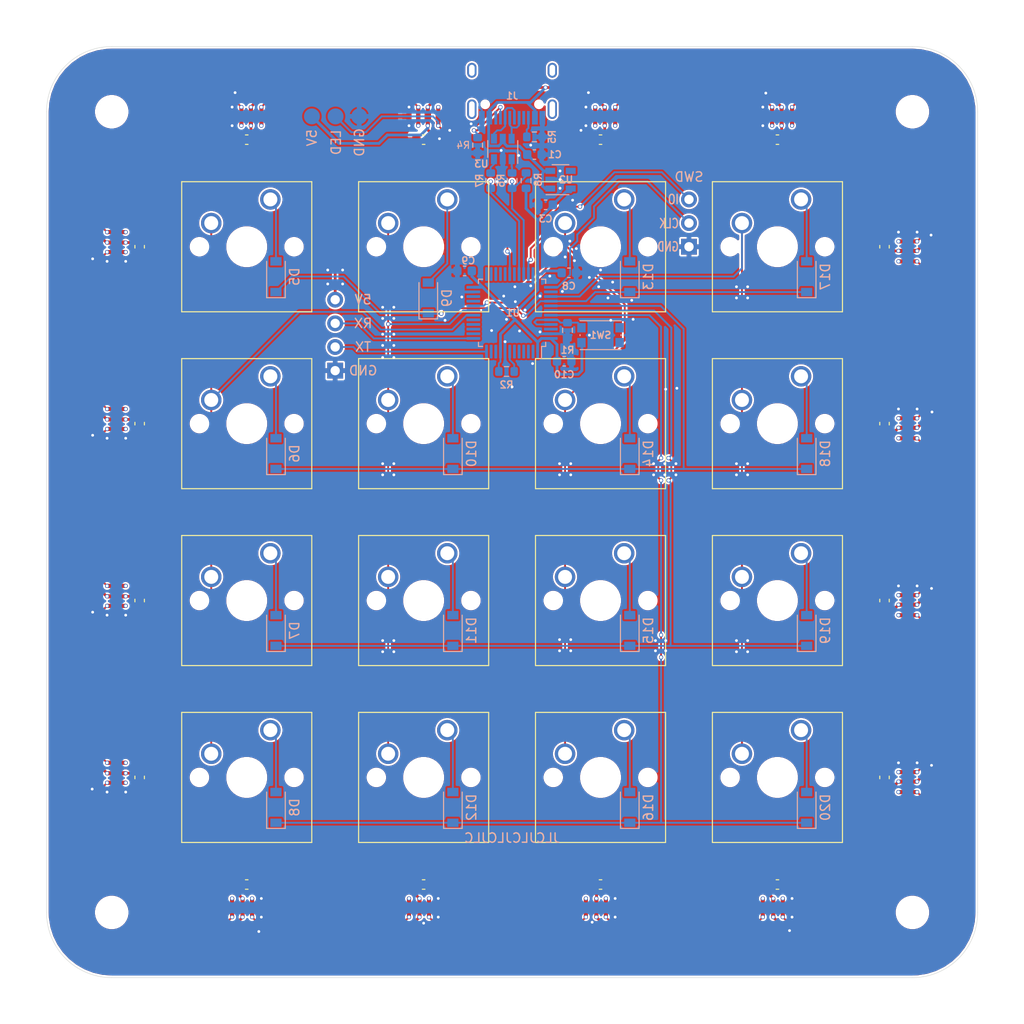
<source format=kicad_pcb>
(kicad_pcb (version 20171130) (host pcbnew 5.1.9+dfsg1-1+deb11u1)
  (layers (0 F.Cu signal) (31 B.Cu signal) (34 B.Paste user) (35 F.Paste user) (36 B.SilkS user) (37 F.SilkS user) (38 B.Mask user) (39 F.Mask user) (44 Edge.Cuts user))
  (net 0 "")
  (net 1 GND)
  (net 2 5V)
  (net 3 RESET)
  (net 4 3V3)
  (net 5 "Net-(J1-PadA6)")
  (net 6 "Net-(J1-PadB5)")
  (net 7 "Net-(J1-PadA8)")
  (net 8 "Net-(J1-PadA7)")
  (net 9 "Net-(J1-PadA5)")
  (net 10 "Net-(J1-PadB8)")
  (net 11 SWDIO)
  (net 12 SWDCLK)
  (net 13 USBDP)
  (net 14 USBDM)
  (net 15 "Net-(U2-Pad4)")
  (net 16 pTX)
  (net 17 pRX)
  (net 18 BOOT0)
  (net 19 "Net-(U1-Pad2)")
  (net 20 "Net-(U1-Pad3)")
  (net 21 "Net-(U1-Pad4)")
  (net 22 "Net-(U1-Pad10)")
  (net 23 "Net-(U1-Pad11)")
  (net 24 "Net-(U1-Pad14)")
  (net 25 "Net-(U1-Pad21)")
  (net 26 "Net-(U1-Pad22)")
  (net 27 "Net-(U1-Pad25)")
  (net 28 "Net-(U1-Pad26)")
  (net 29 "Net-(U1-Pad28)")
  (net 30 "Net-(U1-Pad38)")
  (net 31 "Net-(U1-Pad46)")
  (net 32 "Net-(D5-Pad2)")
  (net 33 X0)
  (net 34 "Net-(D6-Pad2)")
  (net 35 X1)
  (net 36 X2)
  (net 37 "Net-(D7-Pad2)")
  (net 38 X3)
  (net 39 "Net-(D8-Pad2)")
  (net 40 "Net-(D9-Pad2)")
  (net 41 "Net-(D10-Pad2)")
  (net 42 "Net-(D11-Pad2)")
  (net 43 "Net-(D12-Pad2)")
  (net 44 "Net-(D13-Pad2)")
  (net 45 "Net-(D14-Pad2)")
  (net 46 "Net-(D15-Pad2)")
  (net 47 "Net-(D16-Pad2)")
  (net 48 "Net-(D17-Pad2)")
  (net 49 "Net-(D18-Pad2)")
  (net 50 "Net-(D19-Pad2)")
  (net 51 "Net-(D20-Pad2)")
  (net 52 USBDP')
  (net 53 USBDM')
  (net 54 Y0)
  (net 55 Y1)
  (net 56 Y2)
  (net 57 Y3)
  (net 58 "Net-(U1-Pad15)")
  (net 59 "Net-(U1-Pad16)")
  (net 60 "Net-(U1-Pad17)")
  (net 61 "Net-(U1-Pad27)")
  (net 62 "Net-(U1-Pad31)")
  (net 63 "Net-(D1-Pad2)")
  (net 64 LEDDATA)
  (net 65 "Net-(D2-Pad2)")
  (net 66 "Net-(D2-Pad4)")
  (net 67 "Net-(D21-Pad4)")
  (net 68 "Net-(D22-Pad4)")
  (net 69 "Net-(D21-Pad2)")
  (net 70 "Net-(D22-Pad2)")
  (net 71 "Net-(D23-Pad2)")
  (net 72 "Net-(D24-Pad2)")
  (net 73 "Net-(D25-Pad2)")
  (net 74 "Net-(D26-Pad2)")
  (net 75 "Net-(D27-Pad2)")
  (net 76 "Net-(D28-Pad2)")
  (net 77 "Net-(D29-Pad2)")
  (net 78 "Net-(D30-Pad2)")
  (net 79 "Net-(D32-Pad2)")
  (net 80 "Net-(U1-Pad29)")
  (net 81 "Net-(U1-Pad5)")
  (net 82 "Net-(U1-Pad6)")
  (module footprints:LED_SK6812SIDE-A_4020_pinlayout_asif50505-padssecure (layer F.Cu) (at 9.5 42.5 180)
    (fp_text reference D2 hide)
    (fp_text value WS2812B)
    (pad 4 smd rect (at 1.8 0 270) (size 0.55 1) (layers F.Cu F.Paste F.Mask) (net 66 "Net-(D2-Pad4)"))
    (pad 3 smd rect (at -1.8 0 270) (size 0.55 1) (layers F.Cu F.Paste F.Mask) (net 1 GND))
    (pad 1 smd rect (at 0.45 0 270) (size 1.2 0.7) (layers F.Cu F.Paste F.Mask) (net 2 5V))
    (pad 3 smd rect (at -1.575 0 270) (size 1.2 0.55) (layers F.Cu F.Paste F.Mask) (net 1 GND))
    (pad 4 smd rect (at 1.575 0 270) (size 1.2 0.55) (layers F.Cu F.Paste F.Mask) (net 66 "Net-(D2-Pad4)"))
    (pad 2 smd rect (at -0.575 0 270) (size 1.2 0.45) (layers F.Cu F.Paste F.Mask) (net 65 "Net-(D2-Pad2)"))
    (pad 1 thru_hole circle (at 0.45 -1 180) (size 0.45 0.45) (drill 0.3) (layers *.Cu) (net 2 5V))
    (pad 2 thru_hole circle (at -0.575 -1 180) (size 0.45 0.45) (drill 0.3) (layers *.Cu) (net 65 "Net-(D2-Pad2)"))
    (pad 3 thru_hole circle (at -1.57 -1 180) (size 0.45 0.45) (drill 0.3) (layers *.Cu) (net 1 GND))
    (pad 4 thru_hole circle (at 1.57 -1 180) (size 0.45 0.45) (drill 0.3) (layers *.Cu) (net 66 "Net-(D2-Pad4)"))
    (pad 2 thru_hole circle (at -0.575 1 180) (size 0.45 0.45) (drill 0.3) (layers *.Cu) (net 65 "Net-(D2-Pad2)"))
    (pad 4 thru_hole circle (at 1.57 1 180) (size 0.45 0.45) (drill 0.3) (layers *.Cu) (net 66 "Net-(D2-Pad4)"))
    (pad 3 thru_hole circle (at -1.57 1 180) (size 0.45 0.45) (drill 0.3) (layers *.Cu) (net 1 GND))
    (pad 1 thru_hole circle (at 0.45 1 180) (size 0.45 0.45) (drill 0.3) (layers *.Cu) (net 2 5V))
    (pad 3 smd rect (at -1.575 0 270) (size 2 0.45) (layers F.Cu) (net 1 GND))
    (pad 4 smd rect (at 1.575 0 270) (size 2 0.45) (layers F.Cu) (net 66 "Net-(D2-Pad4)"))
    (pad 1 smd rect (at 0.45 0 270) (size 2 0.45) (layers F.Cu) (net 2 5V))
    (pad 2 smd rect (at -0.575 0 270) (size 2 0.45) (layers F.Cu) (net 65 "Net-(D2-Pad2)"))
  )
  (module footprints:LED_SK6812SIDE-A_4020_pinlayout_asif50505-padssecure (layer F.Cu) (at -9.5 -42.5)
    (fp_text reference D1 hide)
    (fp_text value WS2812B)
    (pad 4 smd rect (at 1.8 0 90) (size 0.55 1) (layers F.Cu F.Paste F.Mask) (net 64 LEDDATA))
    (pad 3 smd rect (at -1.8 0 90) (size 0.55 1) (layers F.Cu F.Paste F.Mask) (net 1 GND))
    (pad 1 smd rect (at 0.45 0 90) (size 1.2 0.7) (layers F.Cu F.Paste F.Mask) (net 2 5V))
    (pad 3 smd rect (at -1.575 0 90) (size 1.2 0.55) (layers F.Cu F.Paste F.Mask) (net 1 GND))
    (pad 4 smd rect (at 1.575 0 90) (size 1.2 0.55) (layers F.Cu F.Paste F.Mask) (net 64 LEDDATA))
    (pad 2 smd rect (at -0.575 0 90) (size 1.2 0.45) (layers F.Cu F.Paste F.Mask) (net 63 "Net-(D1-Pad2)"))
    (pad 1 thru_hole circle (at 0.45 -1) (size 0.45 0.45) (drill 0.3) (layers *.Cu) (net 2 5V))
    (pad 2 thru_hole circle (at -0.575 -1) (size 0.45 0.45) (drill 0.3) (layers *.Cu) (net 63 "Net-(D1-Pad2)"))
    (pad 3 thru_hole circle (at -1.57 -1) (size 0.45 0.45) (drill 0.3) (layers *.Cu) (net 1 GND))
    (pad 4 thru_hole circle (at 1.57 -1) (size 0.45 0.45) (drill 0.3) (layers *.Cu) (net 64 LEDDATA))
    (pad 2 thru_hole circle (at -0.575 1) (size 0.45 0.45) (drill 0.3) (layers *.Cu) (net 63 "Net-(D1-Pad2)"))
    (pad 4 thru_hole circle (at 1.57 1) (size 0.45 0.45) (drill 0.3) (layers *.Cu) (net 64 LEDDATA))
    (pad 3 thru_hole circle (at -1.57 1) (size 0.45 0.45) (drill 0.3) (layers *.Cu) (net 1 GND))
    (pad 1 thru_hole circle (at 0.45 1) (size 0.45 0.45) (drill 0.3) (layers *.Cu) (net 2 5V))
    (pad 3 smd rect (at -1.575 0 90) (size 2 0.45) (layers F.Cu) (net 1 GND))
    (pad 4 smd rect (at 1.575 0 90) (size 2 0.45) (layers F.Cu) (net 64 LEDDATA))
    (pad 1 smd rect (at 0.45 0 90) (size 2 0.45) (layers F.Cu) (net 2 5V))
    (pad 2 smd rect (at -0.575 0 90) (size 2 0.45) (layers F.Cu) (net 63 "Net-(D1-Pad2)"))
  )
  (module footprints:LED_SK6812SIDE-A_4020_pinlayout_asif50505-padssecure (layer F.Cu) (at -28.5 -42.5)
    (fp_text reference D3 hide)
    (fp_text value WS2812B)
    (pad 4 smd rect (at 1.8 0 90) (size 0.55 1) (layers F.Cu F.Paste F.Mask) (net 63 "Net-(D1-Pad2)"))
    (pad 3 smd rect (at -1.8 0 90) (size 0.55 1) (layers F.Cu F.Paste F.Mask) (net 1 GND))
    (pad 1 smd rect (at 0.45 0 90) (size 1.2 0.7) (layers F.Cu F.Paste F.Mask) (net 2 5V))
    (pad 3 smd rect (at -1.575 0 90) (size 1.2 0.55) (layers F.Cu F.Paste F.Mask) (net 1 GND))
    (pad 4 smd rect (at 1.575 0 90) (size 1.2 0.55) (layers F.Cu F.Paste F.Mask) (net 63 "Net-(D1-Pad2)"))
    (pad 2 smd rect (at -0.575 0 90) (size 1.2 0.45) (layers F.Cu F.Paste F.Mask) (net 67 "Net-(D21-Pad4)"))
    (pad 1 thru_hole circle (at 0.45 -1) (size 0.45 0.45) (drill 0.3) (layers *.Cu) (net 2 5V))
    (pad 2 thru_hole circle (at -0.575 -1) (size 0.45 0.45) (drill 0.3) (layers *.Cu) (net 67 "Net-(D21-Pad4)"))
    (pad 3 thru_hole circle (at -1.57 -1) (size 0.45 0.45) (drill 0.3) (layers *.Cu) (net 1 GND))
    (pad 4 thru_hole circle (at 1.57 -1) (size 0.45 0.45) (drill 0.3) (layers *.Cu) (net 63 "Net-(D1-Pad2)"))
    (pad 2 thru_hole circle (at -0.575 1) (size 0.45 0.45) (drill 0.3) (layers *.Cu) (net 67 "Net-(D21-Pad4)"))
    (pad 4 thru_hole circle (at 1.57 1) (size 0.45 0.45) (drill 0.3) (layers *.Cu) (net 63 "Net-(D1-Pad2)"))
    (pad 3 thru_hole circle (at -1.57 1) (size 0.45 0.45) (drill 0.3) (layers *.Cu) (net 1 GND))
    (pad 1 thru_hole circle (at 0.45 1) (size 0.45 0.45) (drill 0.3) (layers *.Cu) (net 2 5V))
    (pad 3 smd rect (at -1.575 0 90) (size 2 0.45) (layers F.Cu) (net 1 GND))
    (pad 4 smd rect (at 1.575 0 90) (size 2 0.45) (layers F.Cu) (net 63 "Net-(D1-Pad2)"))
    (pad 1 smd rect (at 0.45 0 90) (size 2 0.45) (layers F.Cu) (net 2 5V))
    (pad 2 smd rect (at -0.575 0 90) (size 2 0.45) (layers F.Cu) (net 67 "Net-(D21-Pad4)"))
  )
  (module footprints:LED_SK6812SIDE-A_4020_pinlayout_asif50505-padssecure (layer F.Cu) (at -9.5 42.5 180)
    (fp_text reference D31 hide)
    (fp_text value WS2812B)
    (pad 4 smd rect (at 1.8 0 270) (size 0.55 1) (layers F.Cu F.Paste F.Mask) (net 77 "Net-(D29-Pad2)"))
    (pad 3 smd rect (at -1.8 0 270) (size 0.55 1) (layers F.Cu F.Paste F.Mask) (net 1 GND))
    (pad 1 smd rect (at 0.45 0 270) (size 1.2 0.7) (layers F.Cu F.Paste F.Mask) (net 2 5V))
    (pad 3 smd rect (at -1.575 0 270) (size 1.2 0.55) (layers F.Cu F.Paste F.Mask) (net 1 GND))
    (pad 4 smd rect (at 1.575 0 270) (size 1.2 0.55) (layers F.Cu F.Paste F.Mask) (net 77 "Net-(D29-Pad2)"))
    (pad 2 smd rect (at -0.575 0 270) (size 1.2 0.45) (layers F.Cu F.Paste F.Mask) (net 66 "Net-(D2-Pad4)"))
    (pad 1 thru_hole circle (at 0.45 -1 180) (size 0.45 0.45) (drill 0.3) (layers *.Cu) (net 2 5V))
    (pad 2 thru_hole circle (at -0.575 -1 180) (size 0.45 0.45) (drill 0.3) (layers *.Cu) (net 66 "Net-(D2-Pad4)"))
    (pad 3 thru_hole circle (at -1.57 -1 180) (size 0.45 0.45) (drill 0.3) (layers *.Cu) (net 1 GND))
    (pad 4 thru_hole circle (at 1.57 -1 180) (size 0.45 0.45) (drill 0.3) (layers *.Cu) (net 77 "Net-(D29-Pad2)"))
    (pad 2 thru_hole circle (at -0.575 1 180) (size 0.45 0.45) (drill 0.3) (layers *.Cu) (net 66 "Net-(D2-Pad4)"))
    (pad 4 thru_hole circle (at 1.57 1 180) (size 0.45 0.45) (drill 0.3) (layers *.Cu) (net 77 "Net-(D29-Pad2)"))
    (pad 3 thru_hole circle (at -1.57 1 180) (size 0.45 0.45) (drill 0.3) (layers *.Cu) (net 1 GND))
    (pad 1 thru_hole circle (at 0.45 1 180) (size 0.45 0.45) (drill 0.3) (layers *.Cu) (net 2 5V))
    (pad 3 smd rect (at -1.575 0 270) (size 2 0.45) (layers F.Cu) (net 1 GND))
    (pad 4 smd rect (at 1.575 0 270) (size 2 0.45) (layers F.Cu) (net 77 "Net-(D29-Pad2)"))
    (pad 1 smd rect (at 0.45 0 270) (size 2 0.45) (layers F.Cu) (net 2 5V))
    (pad 2 smd rect (at -0.575 0 270) (size 2 0.45) (layers F.Cu) (net 66 "Net-(D2-Pad4)"))
  )
  (module footprints:LED_SK6812SIDE-A_4020_pinlayout_asif50505-padssecure (layer F.Cu) (at 28.5 42.5 180)
    (fp_text reference D4 hide)
    (fp_text value WS2812B)
    (pad 4 smd rect (at 1.8 0 270) (size 0.55 1) (layers F.Cu F.Paste F.Mask) (net 65 "Net-(D2-Pad2)"))
    (pad 3 smd rect (at -1.8 0 270) (size 0.55 1) (layers F.Cu F.Paste F.Mask) (net 1 GND))
    (pad 1 smd rect (at 0.45 0 270) (size 1.2 0.7) (layers F.Cu F.Paste F.Mask) (net 2 5V))
    (pad 3 smd rect (at -1.575 0 270) (size 1.2 0.55) (layers F.Cu F.Paste F.Mask) (net 1 GND))
    (pad 4 smd rect (at 1.575 0 270) (size 1.2 0.55) (layers F.Cu F.Paste F.Mask) (net 65 "Net-(D2-Pad2)"))
    (pad 2 smd rect (at -0.575 0 270) (size 1.2 0.45) (layers F.Cu F.Paste F.Mask) (net 68 "Net-(D22-Pad4)"))
    (pad 1 thru_hole circle (at 0.45 -1 180) (size 0.45 0.45) (drill 0.3) (layers *.Cu) (net 2 5V))
    (pad 2 thru_hole circle (at -0.575 -1 180) (size 0.45 0.45) (drill 0.3) (layers *.Cu) (net 68 "Net-(D22-Pad4)"))
    (pad 3 thru_hole circle (at -1.57 -1 180) (size 0.45 0.45) (drill 0.3) (layers *.Cu) (net 1 GND))
    (pad 4 thru_hole circle (at 1.57 -1 180) (size 0.45 0.45) (drill 0.3) (layers *.Cu) (net 65 "Net-(D2-Pad2)"))
    (pad 2 thru_hole circle (at -0.575 1 180) (size 0.45 0.45) (drill 0.3) (layers *.Cu) (net 68 "Net-(D22-Pad4)"))
    (pad 4 thru_hole circle (at 1.57 1 180) (size 0.45 0.45) (drill 0.3) (layers *.Cu) (net 65 "Net-(D2-Pad2)"))
    (pad 3 thru_hole circle (at -1.57 1 180) (size 0.45 0.45) (drill 0.3) (layers *.Cu) (net 1 GND))
    (pad 1 thru_hole circle (at 0.45 1 180) (size 0.45 0.45) (drill 0.3) (layers *.Cu) (net 2 5V))
    (pad 3 smd rect (at -1.575 0 270) (size 2 0.45) (layers F.Cu) (net 1 GND))
    (pad 4 smd rect (at 1.575 0 270) (size 2 0.45) (layers F.Cu) (net 65 "Net-(D2-Pad2)"))
    (pad 1 smd rect (at 0.45 0 270) (size 2 0.45) (layers F.Cu) (net 2 5V))
    (pad 2 smd rect (at -0.575 0 270) (size 2 0.45) (layers F.Cu) (net 68 "Net-(D22-Pad4)"))
  )
  (module footprints:LED_SK6812SIDE-A_4020_pinlayout_asif50505-padssecure (layer F.Cu) (at -42.5 -28.5 90)
    (fp_text reference D21 hide)
    (fp_text value WS2812B)
    (pad 4 smd rect (at 1.8 0 180) (size 0.55 1) (layers F.Cu F.Paste F.Mask) (net 67 "Net-(D21-Pad4)"))
    (pad 3 smd rect (at -1.8 0 180) (size 0.55 1) (layers F.Cu F.Paste F.Mask) (net 1 GND))
    (pad 1 smd rect (at 0.45 0 180) (size 1.2 0.7) (layers F.Cu F.Paste F.Mask) (net 2 5V))
    (pad 3 smd rect (at -1.575 0 180) (size 1.2 0.55) (layers F.Cu F.Paste F.Mask) (net 1 GND))
    (pad 4 smd rect (at 1.575 0 180) (size 1.2 0.55) (layers F.Cu F.Paste F.Mask) (net 67 "Net-(D21-Pad4)"))
    (pad 2 smd rect (at -0.575 0 180) (size 1.2 0.45) (layers F.Cu F.Paste F.Mask) (net 69 "Net-(D21-Pad2)"))
    (pad 1 thru_hole circle (at 0.45 -1 90) (size 0.45 0.45) (drill 0.3) (layers *.Cu) (net 2 5V))
    (pad 2 thru_hole circle (at -0.575 -1 90) (size 0.45 0.45) (drill 0.3) (layers *.Cu) (net 69 "Net-(D21-Pad2)"))
    (pad 3 thru_hole circle (at -1.57 -1 90) (size 0.45 0.45) (drill 0.3) (layers *.Cu) (net 1 GND))
    (pad 4 thru_hole circle (at 1.57 -1 90) (size 0.45 0.45) (drill 0.3) (layers *.Cu) (net 67 "Net-(D21-Pad4)"))
    (pad 2 thru_hole circle (at -0.575 1 90) (size 0.45 0.45) (drill 0.3) (layers *.Cu) (net 69 "Net-(D21-Pad2)"))
    (pad 4 thru_hole circle (at 1.57 1 90) (size 0.45 0.45) (drill 0.3) (layers *.Cu) (net 67 "Net-(D21-Pad4)"))
    (pad 3 thru_hole circle (at -1.57 1 90) (size 0.45 0.45) (drill 0.3) (layers *.Cu) (net 1 GND))
    (pad 1 thru_hole circle (at 0.45 1 90) (size 0.45 0.45) (drill 0.3) (layers *.Cu) (net 2 5V))
    (pad 3 smd rect (at -1.575 0 180) (size 2 0.45) (layers F.Cu) (net 1 GND))
    (pad 4 smd rect (at 1.575 0 180) (size 2 0.45) (layers F.Cu) (net 67 "Net-(D21-Pad4)"))
    (pad 1 smd rect (at 0.45 0 180) (size 2 0.45) (layers F.Cu) (net 2 5V))
    (pad 2 smd rect (at -0.575 0 180) (size 2 0.45) (layers F.Cu) (net 69 "Net-(D21-Pad2)"))
  )
  (module footprints:LED_SK6812SIDE-A_4020_pinlayout_asif50505-padssecure (layer F.Cu) (at 42.5 28.5 270)
    (fp_text reference D22 hide)
    (fp_text value WS2812B)
    (pad 4 smd rect (at 1.8 0) (size 0.55 1) (layers F.Cu F.Paste F.Mask) (net 68 "Net-(D22-Pad4)"))
    (pad 3 smd rect (at -1.8 0) (size 0.55 1) (layers F.Cu F.Paste F.Mask) (net 1 GND))
    (pad 1 smd rect (at 0.45 0) (size 1.2 0.7) (layers F.Cu F.Paste F.Mask) (net 2 5V))
    (pad 3 smd rect (at -1.575 0) (size 1.2 0.55) (layers F.Cu F.Paste F.Mask) (net 1 GND))
    (pad 4 smd rect (at 1.575 0) (size 1.2 0.55) (layers F.Cu F.Paste F.Mask) (net 68 "Net-(D22-Pad4)"))
    (pad 2 smd rect (at -0.575 0) (size 1.2 0.45) (layers F.Cu F.Paste F.Mask) (net 70 "Net-(D22-Pad2)"))
    (pad 1 thru_hole circle (at 0.45 -1 270) (size 0.45 0.45) (drill 0.3) (layers *.Cu) (net 2 5V))
    (pad 2 thru_hole circle (at -0.575 -1 270) (size 0.45 0.45) (drill 0.3) (layers *.Cu) (net 70 "Net-(D22-Pad2)"))
    (pad 3 thru_hole circle (at -1.57 -1 270) (size 0.45 0.45) (drill 0.3) (layers *.Cu) (net 1 GND))
    (pad 4 thru_hole circle (at 1.57 -1 270) (size 0.45 0.45) (drill 0.3) (layers *.Cu) (net 68 "Net-(D22-Pad4)"))
    (pad 2 thru_hole circle (at -0.575 1 270) (size 0.45 0.45) (drill 0.3) (layers *.Cu) (net 70 "Net-(D22-Pad2)"))
    (pad 4 thru_hole circle (at 1.57 1 270) (size 0.45 0.45) (drill 0.3) (layers *.Cu) (net 68 "Net-(D22-Pad4)"))
    (pad 3 thru_hole circle (at -1.57 1 270) (size 0.45 0.45) (drill 0.3) (layers *.Cu) (net 1 GND))
    (pad 1 thru_hole circle (at 0.45 1 270) (size 0.45 0.45) (drill 0.3) (layers *.Cu) (net 2 5V))
    (pad 3 smd rect (at -1.575 0) (size 2 0.45) (layers F.Cu) (net 1 GND))
    (pad 4 smd rect (at 1.575 0) (size 2 0.45) (layers F.Cu) (net 68 "Net-(D22-Pad4)"))
    (pad 1 smd rect (at 0.45 0) (size 2 0.45) (layers F.Cu) (net 2 5V))
    (pad 2 smd rect (at -0.575 0) (size 2 0.45) (layers F.Cu) (net 70 "Net-(D22-Pad2)"))
  )
  (module footprints:LED_SK6812SIDE-A_4020_pinlayout_asif50505-padssecure (layer F.Cu) (at -42.5 -9.5 90)
    (fp_text reference D23 hide)
    (fp_text value WS2812B)
    (pad 4 smd rect (at 1.8 0 180) (size 0.55 1) (layers F.Cu F.Paste F.Mask) (net 69 "Net-(D21-Pad2)"))
    (pad 3 smd rect (at -1.8 0 180) (size 0.55 1) (layers F.Cu F.Paste F.Mask) (net 1 GND))
    (pad 1 smd rect (at 0.45 0 180) (size 1.2 0.7) (layers F.Cu F.Paste F.Mask) (net 2 5V))
    (pad 3 smd rect (at -1.575 0 180) (size 1.2 0.55) (layers F.Cu F.Paste F.Mask) (net 1 GND))
    (pad 4 smd rect (at 1.575 0 180) (size 1.2 0.55) (layers F.Cu F.Paste F.Mask) (net 69 "Net-(D21-Pad2)"))
    (pad 2 smd rect (at -0.575 0 180) (size 1.2 0.45) (layers F.Cu F.Paste F.Mask) (net 71 "Net-(D23-Pad2)"))
    (pad 1 thru_hole circle (at 0.45 -1 90) (size 0.45 0.45) (drill 0.3) (layers *.Cu) (net 2 5V))
    (pad 2 thru_hole circle (at -0.575 -1 90) (size 0.45 0.45) (drill 0.3) (layers *.Cu) (net 71 "Net-(D23-Pad2)"))
    (pad 3 thru_hole circle (at -1.57 -1 90) (size 0.45 0.45) (drill 0.3) (layers *.Cu) (net 1 GND))
    (pad 4 thru_hole circle (at 1.57 -1 90) (size 0.45 0.45) (drill 0.3) (layers *.Cu) (net 69 "Net-(D21-Pad2)"))
    (pad 2 thru_hole circle (at -0.575 1 90) (size 0.45 0.45) (drill 0.3) (layers *.Cu) (net 71 "Net-(D23-Pad2)"))
    (pad 4 thru_hole circle (at 1.57 1 90) (size 0.45 0.45) (drill 0.3) (layers *.Cu) (net 69 "Net-(D21-Pad2)"))
    (pad 3 thru_hole circle (at -1.57 1 90) (size 0.45 0.45) (drill 0.3) (layers *.Cu) (net 1 GND))
    (pad 1 thru_hole circle (at 0.45 1 90) (size 0.45 0.45) (drill 0.3) (layers *.Cu) (net 2 5V))
    (pad 3 smd rect (at -1.575 0 180) (size 2 0.45) (layers F.Cu) (net 1 GND))
    (pad 4 smd rect (at 1.575 0 180) (size 2 0.45) (layers F.Cu) (net 69 "Net-(D21-Pad2)"))
    (pad 1 smd rect (at 0.45 0 180) (size 2 0.45) (layers F.Cu) (net 2 5V))
    (pad 2 smd rect (at -0.575 0 180) (size 2 0.45) (layers F.Cu) (net 71 "Net-(D23-Pad2)"))
  )
  (module footprints:LED_SK6812SIDE-A_4020_pinlayout_asif50505-padssecure (layer F.Cu) (at 42.5 9.5 270)
    (fp_text reference D24 hide)
    (fp_text value WS2812B)
    (pad 4 smd rect (at 1.8 0) (size 0.55 1) (layers F.Cu F.Paste F.Mask) (net 70 "Net-(D22-Pad2)"))
    (pad 3 smd rect (at -1.8 0) (size 0.55 1) (layers F.Cu F.Paste F.Mask) (net 1 GND))
    (pad 1 smd rect (at 0.45 0) (size 1.2 0.7) (layers F.Cu F.Paste F.Mask) (net 2 5V))
    (pad 3 smd rect (at -1.575 0) (size 1.2 0.55) (layers F.Cu F.Paste F.Mask) (net 1 GND))
    (pad 4 smd rect (at 1.575 0) (size 1.2 0.55) (layers F.Cu F.Paste F.Mask) (net 70 "Net-(D22-Pad2)"))
    (pad 2 smd rect (at -0.575 0) (size 1.2 0.45) (layers F.Cu F.Paste F.Mask) (net 72 "Net-(D24-Pad2)"))
    (pad 1 thru_hole circle (at 0.45 -1 270) (size 0.45 0.45) (drill 0.3) (layers *.Cu) (net 2 5V))
    (pad 2 thru_hole circle (at -0.575 -1 270) (size 0.45 0.45) (drill 0.3) (layers *.Cu) (net 72 "Net-(D24-Pad2)"))
    (pad 3 thru_hole circle (at -1.57 -1 270) (size 0.45 0.45) (drill 0.3) (layers *.Cu) (net 1 GND))
    (pad 4 thru_hole circle (at 1.57 -1 270) (size 0.45 0.45) (drill 0.3) (layers *.Cu) (net 70 "Net-(D22-Pad2)"))
    (pad 2 thru_hole circle (at -0.575 1 270) (size 0.45 0.45) (drill 0.3) (layers *.Cu) (net 72 "Net-(D24-Pad2)"))
    (pad 4 thru_hole circle (at 1.57 1 270) (size 0.45 0.45) (drill 0.3) (layers *.Cu) (net 70 "Net-(D22-Pad2)"))
    (pad 3 thru_hole circle (at -1.57 1 270) (size 0.45 0.45) (drill 0.3) (layers *.Cu) (net 1 GND))
    (pad 1 thru_hole circle (at 0.45 1 270) (size 0.45 0.45) (drill 0.3) (layers *.Cu) (net 2 5V))
    (pad 3 smd rect (at -1.575 0) (size 2 0.45) (layers F.Cu) (net 1 GND))
    (pad 4 smd rect (at 1.575 0) (size 2 0.45) (layers F.Cu) (net 70 "Net-(D22-Pad2)"))
    (pad 1 smd rect (at 0.45 0) (size 2 0.45) (layers F.Cu) (net 2 5V))
    (pad 2 smd rect (at -0.575 0) (size 2 0.45) (layers F.Cu) (net 72 "Net-(D24-Pad2)"))
  )
  (module footprints:LED_SK6812SIDE-A_4020_pinlayout_asif50505-padssecure (layer F.Cu) (at -42.5 9.5 90)
    (fp_text reference D25 hide)
    (fp_text value WS2812B)
    (pad 4 smd rect (at 1.8 0 180) (size 0.55 1) (layers F.Cu F.Paste F.Mask) (net 71 "Net-(D23-Pad2)"))
    (pad 3 smd rect (at -1.8 0 180) (size 0.55 1) (layers F.Cu F.Paste F.Mask) (net 1 GND))
    (pad 1 smd rect (at 0.45 0 180) (size 1.2 0.7) (layers F.Cu F.Paste F.Mask) (net 2 5V))
    (pad 3 smd rect (at -1.575 0 180) (size 1.2 0.55) (layers F.Cu F.Paste F.Mask) (net 1 GND))
    (pad 4 smd rect (at 1.575 0 180) (size 1.2 0.55) (layers F.Cu F.Paste F.Mask) (net 71 "Net-(D23-Pad2)"))
    (pad 2 smd rect (at -0.575 0 180) (size 1.2 0.45) (layers F.Cu F.Paste F.Mask) (net 73 "Net-(D25-Pad2)"))
    (pad 1 thru_hole circle (at 0.45 -1 90) (size 0.45 0.45) (drill 0.3) (layers *.Cu) (net 2 5V))
    (pad 2 thru_hole circle (at -0.575 -1 90) (size 0.45 0.45) (drill 0.3) (layers *.Cu) (net 73 "Net-(D25-Pad2)"))
    (pad 3 thru_hole circle (at -1.57 -1 90) (size 0.45 0.45) (drill 0.3) (layers *.Cu) (net 1 GND))
    (pad 4 thru_hole circle (at 1.57 -1 90) (size 0.45 0.45) (drill 0.3) (layers *.Cu) (net 71 "Net-(D23-Pad2)"))
    (pad 2 thru_hole circle (at -0.575 1 90) (size 0.45 0.45) (drill 0.3) (layers *.Cu) (net 73 "Net-(D25-Pad2)"))
    (pad 4 thru_hole circle (at 1.57 1 90) (size 0.45 0.45) (drill 0.3) (layers *.Cu) (net 71 "Net-(D23-Pad2)"))
    (pad 3 thru_hole circle (at -1.57 1 90) (size 0.45 0.45) (drill 0.3) (layers *.Cu) (net 1 GND))
    (pad 1 thru_hole circle (at 0.45 1 90) (size 0.45 0.45) (drill 0.3) (layers *.Cu) (net 2 5V))
    (pad 3 smd rect (at -1.575 0 180) (size 2 0.45) (layers F.Cu) (net 1 GND))
    (pad 4 smd rect (at 1.575 0 180) (size 2 0.45) (layers F.Cu) (net 71 "Net-(D23-Pad2)"))
    (pad 1 smd rect (at 0.45 0 180) (size 2 0.45) (layers F.Cu) (net 2 5V))
    (pad 2 smd rect (at -0.575 0 180) (size 2 0.45) (layers F.Cu) (net 73 "Net-(D25-Pad2)"))
  )
  (module footprints:LED_SK6812SIDE-A_4020_pinlayout_asif50505-padssecure (layer F.Cu) (at 42.5 -9.5 270)
    (fp_text reference D26 hide)
    (fp_text value WS2812B)
    (pad 4 smd rect (at 1.8 0) (size 0.55 1) (layers F.Cu F.Paste F.Mask) (net 72 "Net-(D24-Pad2)"))
    (pad 3 smd rect (at -1.8 0) (size 0.55 1) (layers F.Cu F.Paste F.Mask) (net 1 GND))
    (pad 1 smd rect (at 0.45 0) (size 1.2 0.7) (layers F.Cu F.Paste F.Mask) (net 2 5V))
    (pad 3 smd rect (at -1.575 0) (size 1.2 0.55) (layers F.Cu F.Paste F.Mask) (net 1 GND))
    (pad 4 smd rect (at 1.575 0) (size 1.2 0.55) (layers F.Cu F.Paste F.Mask) (net 72 "Net-(D24-Pad2)"))
    (pad 2 smd rect (at -0.575 0) (size 1.2 0.45) (layers F.Cu F.Paste F.Mask) (net 74 "Net-(D26-Pad2)"))
    (pad 1 thru_hole circle (at 0.45 -1 270) (size 0.45 0.45) (drill 0.3) (layers *.Cu) (net 2 5V))
    (pad 2 thru_hole circle (at -0.575 -1 270) (size 0.45 0.45) (drill 0.3) (layers *.Cu) (net 74 "Net-(D26-Pad2)"))
    (pad 3 thru_hole circle (at -1.57 -1 270) (size 0.45 0.45) (drill 0.3) (layers *.Cu) (net 1 GND))
    (pad 4 thru_hole circle (at 1.57 -1 270) (size 0.45 0.45) (drill 0.3) (layers *.Cu) (net 72 "Net-(D24-Pad2)"))
    (pad 2 thru_hole circle (at -0.575 1 270) (size 0.45 0.45) (drill 0.3) (layers *.Cu) (net 74 "Net-(D26-Pad2)"))
    (pad 4 thru_hole circle (at 1.57 1 270) (size 0.45 0.45) (drill 0.3) (layers *.Cu) (net 72 "Net-(D24-Pad2)"))
    (pad 3 thru_hole circle (at -1.57 1 270) (size 0.45 0.45) (drill 0.3) (layers *.Cu) (net 1 GND))
    (pad 1 thru_hole circle (at 0.45 1 270) (size 0.45 0.45) (drill 0.3) (layers *.Cu) (net 2 5V))
    (pad 3 smd rect (at -1.575 0) (size 2 0.45) (layers F.Cu) (net 1 GND))
    (pad 4 smd rect (at 1.575 0) (size 2 0.45) (layers F.Cu) (net 72 "Net-(D24-Pad2)"))
    (pad 1 smd rect (at 0.45 0) (size 2 0.45) (layers F.Cu) (net 2 5V))
    (pad 2 smd rect (at -0.575 0) (size 2 0.45) (layers F.Cu) (net 74 "Net-(D26-Pad2)"))
  )
  (module footprints:LED_SK6812SIDE-A_4020_pinlayout_asif50505-padssecure (layer F.Cu) (at -42.5 28.5 90)
    (fp_text reference D27 hide)
    (fp_text value WS2812B)
    (pad 4 smd rect (at 1.8 0 180) (size 0.55 1) (layers F.Cu F.Paste F.Mask) (net 73 "Net-(D25-Pad2)"))
    (pad 3 smd rect (at -1.8 0 180) (size 0.55 1) (layers F.Cu F.Paste F.Mask) (net 1 GND))
    (pad 1 smd rect (at 0.45 0 180) (size 1.2 0.7) (layers F.Cu F.Paste F.Mask) (net 2 5V))
    (pad 3 smd rect (at -1.575 0 180) (size 1.2 0.55) (layers F.Cu F.Paste F.Mask) (net 1 GND))
    (pad 4 smd rect (at 1.575 0 180) (size 1.2 0.55) (layers F.Cu F.Paste F.Mask) (net 73 "Net-(D25-Pad2)"))
    (pad 2 smd rect (at -0.575 0 180) (size 1.2 0.45) (layers F.Cu F.Paste F.Mask) (net 75 "Net-(D27-Pad2)"))
    (pad 1 thru_hole circle (at 0.45 -1 90) (size 0.45 0.45) (drill 0.3) (layers *.Cu) (net 2 5V))
    (pad 2 thru_hole circle (at -0.575 -1 90) (size 0.45 0.45) (drill 0.3) (layers *.Cu) (net 75 "Net-(D27-Pad2)"))
    (pad 3 thru_hole circle (at -1.57 -1 90) (size 0.45 0.45) (drill 0.3) (layers *.Cu) (net 1 GND))
    (pad 4 thru_hole circle (at 1.57 -1 90) (size 0.45 0.45) (drill 0.3) (layers *.Cu) (net 73 "Net-(D25-Pad2)"))
    (pad 2 thru_hole circle (at -0.575 1 90) (size 0.45 0.45) (drill 0.3) (layers *.Cu) (net 75 "Net-(D27-Pad2)"))
    (pad 4 thru_hole circle (at 1.57 1 90) (size 0.45 0.45) (drill 0.3) (layers *.Cu) (net 73 "Net-(D25-Pad2)"))
    (pad 3 thru_hole circle (at -1.57 1 90) (size 0.45 0.45) (drill 0.3) (layers *.Cu) (net 1 GND))
    (pad 1 thru_hole circle (at 0.45 1 90) (size 0.45 0.45) (drill 0.3) (layers *.Cu) (net 2 5V))
    (pad 3 smd rect (at -1.575 0 180) (size 2 0.45) (layers F.Cu) (net 1 GND))
    (pad 4 smd rect (at 1.575 0 180) (size 2 0.45) (layers F.Cu) (net 73 "Net-(D25-Pad2)"))
    (pad 1 smd rect (at 0.45 0 180) (size 2 0.45) (layers F.Cu) (net 2 5V))
    (pad 2 smd rect (at -0.575 0 180) (size 2 0.45) (layers F.Cu) (net 75 "Net-(D27-Pad2)"))
  )
  (module footprints:LED_SK6812SIDE-A_4020_pinlayout_asif50505-padssecure (layer F.Cu) (at 42.5 -28.5 270)
    (fp_text reference D28 hide)
    (fp_text value WS2812B)
    (pad 4 smd rect (at 1.8 0) (size 0.55 1) (layers F.Cu F.Paste F.Mask) (net 74 "Net-(D26-Pad2)"))
    (pad 3 smd rect (at -1.8 0) (size 0.55 1) (layers F.Cu F.Paste F.Mask) (net 1 GND))
    (pad 1 smd rect (at 0.45 0) (size 1.2 0.7) (layers F.Cu F.Paste F.Mask) (net 2 5V))
    (pad 3 smd rect (at -1.575 0) (size 1.2 0.55) (layers F.Cu F.Paste F.Mask) (net 1 GND))
    (pad 4 smd rect (at 1.575 0) (size 1.2 0.55) (layers F.Cu F.Paste F.Mask) (net 74 "Net-(D26-Pad2)"))
    (pad 2 smd rect (at -0.575 0) (size 1.2 0.45) (layers F.Cu F.Paste F.Mask) (net 76 "Net-(D28-Pad2)"))
    (pad 1 thru_hole circle (at 0.45 -1 270) (size 0.45 0.45) (drill 0.3) (layers *.Cu) (net 2 5V))
    (pad 2 thru_hole circle (at -0.575 -1 270) (size 0.45 0.45) (drill 0.3) (layers *.Cu) (net 76 "Net-(D28-Pad2)"))
    (pad 3 thru_hole circle (at -1.57 -1 270) (size 0.45 0.45) (drill 0.3) (layers *.Cu) (net 1 GND))
    (pad 4 thru_hole circle (at 1.57 -1 270) (size 0.45 0.45) (drill 0.3) (layers *.Cu) (net 74 "Net-(D26-Pad2)"))
    (pad 2 thru_hole circle (at -0.575 1 270) (size 0.45 0.45) (drill 0.3) (layers *.Cu) (net 76 "Net-(D28-Pad2)"))
    (pad 4 thru_hole circle (at 1.57 1 270) (size 0.45 0.45) (drill 0.3) (layers *.Cu) (net 74 "Net-(D26-Pad2)"))
    (pad 3 thru_hole circle (at -1.57 1 270) (size 0.45 0.45) (drill 0.3) (layers *.Cu) (net 1 GND))
    (pad 1 thru_hole circle (at 0.45 1 270) (size 0.45 0.45) (drill 0.3) (layers *.Cu) (net 2 5V))
    (pad 3 smd rect (at -1.575 0) (size 2 0.45) (layers F.Cu) (net 1 GND))
    (pad 4 smd rect (at 1.575 0) (size 2 0.45) (layers F.Cu) (net 74 "Net-(D26-Pad2)"))
    (pad 1 smd rect (at 0.45 0) (size 2 0.45) (layers F.Cu) (net 2 5V))
    (pad 2 smd rect (at -0.575 0) (size 2 0.45) (layers F.Cu) (net 76 "Net-(D28-Pad2)"))
  )
  (module footprints:LED_SK6812SIDE-A_4020_pinlayout_asif50505-padssecure (layer F.Cu) (at -28.5 42.5 180)
    (fp_text reference D29 hide)
    (fp_text value WS2812B)
    (pad 4 smd rect (at 1.8 0 270) (size 0.55 1) (layers F.Cu F.Paste F.Mask) (net 75 "Net-(D27-Pad2)"))
    (pad 3 smd rect (at -1.8 0 270) (size 0.55 1) (layers F.Cu F.Paste F.Mask) (net 1 GND))
    (pad 1 smd rect (at 0.45 0 270) (size 1.2 0.7) (layers F.Cu F.Paste F.Mask) (net 2 5V))
    (pad 3 smd rect (at -1.575 0 270) (size 1.2 0.55) (layers F.Cu F.Paste F.Mask) (net 1 GND))
    (pad 4 smd rect (at 1.575 0 270) (size 1.2 0.55) (layers F.Cu F.Paste F.Mask) (net 75 "Net-(D27-Pad2)"))
    (pad 2 smd rect (at -0.575 0 270) (size 1.2 0.45) (layers F.Cu F.Paste F.Mask) (net 77 "Net-(D29-Pad2)"))
    (pad 1 thru_hole circle (at 0.45 -1 180) (size 0.45 0.45) (drill 0.3) (layers *.Cu) (net 2 5V))
    (pad 2 thru_hole circle (at -0.575 -1 180) (size 0.45 0.45) (drill 0.3) (layers *.Cu) (net 77 "Net-(D29-Pad2)"))
    (pad 3 thru_hole circle (at -1.57 -1 180) (size 0.45 0.45) (drill 0.3) (layers *.Cu) (net 1 GND))
    (pad 4 thru_hole circle (at 1.57 -1 180) (size 0.45 0.45) (drill 0.3) (layers *.Cu) (net 75 "Net-(D27-Pad2)"))
    (pad 2 thru_hole circle (at -0.575 1 180) (size 0.45 0.45) (drill 0.3) (layers *.Cu) (net 77 "Net-(D29-Pad2)"))
    (pad 4 thru_hole circle (at 1.57 1 180) (size 0.45 0.45) (drill 0.3) (layers *.Cu) (net 75 "Net-(D27-Pad2)"))
    (pad 3 thru_hole circle (at -1.57 1 180) (size 0.45 0.45) (drill 0.3) (layers *.Cu) (net 1 GND))
    (pad 1 thru_hole circle (at 0.45 1 180) (size 0.45 0.45) (drill 0.3) (layers *.Cu) (net 2 5V))
    (pad 3 smd rect (at -1.575 0 270) (size 2 0.45) (layers F.Cu) (net 1 GND))
    (pad 4 smd rect (at 1.575 0 270) (size 2 0.45) (layers F.Cu) (net 75 "Net-(D27-Pad2)"))
    (pad 1 smd rect (at 0.45 0 270) (size 2 0.45) (layers F.Cu) (net 2 5V))
    (pad 2 smd rect (at -0.575 0 270) (size 2 0.45) (layers F.Cu) (net 77 "Net-(D29-Pad2)"))
  )
  (module footprints:LED_SK6812SIDE-A_4020_pinlayout_asif50505-padssecure (layer F.Cu) (at 28.5 -42.5)
    (fp_text reference D30 hide)
    (fp_text value WS2812B)
    (pad 4 smd rect (at 1.8 0 90) (size 0.55 1) (layers F.Cu F.Paste F.Mask) (net 76 "Net-(D28-Pad2)"))
    (pad 3 smd rect (at -1.8 0 90) (size 0.55 1) (layers F.Cu F.Paste F.Mask) (net 1 GND))
    (pad 1 smd rect (at 0.45 0 90) (size 1.2 0.7) (layers F.Cu F.Paste F.Mask) (net 2 5V))
    (pad 3 smd rect (at -1.575 0 90) (size 1.2 0.55) (layers F.Cu F.Paste F.Mask) (net 1 GND))
    (pad 4 smd rect (at 1.575 0 90) (size 1.2 0.55) (layers F.Cu F.Paste F.Mask) (net 76 "Net-(D28-Pad2)"))
    (pad 2 smd rect (at -0.575 0 90) (size 1.2 0.45) (layers F.Cu F.Paste F.Mask) (net 78 "Net-(D30-Pad2)"))
    (pad 1 thru_hole circle (at 0.45 -1) (size 0.45 0.45) (drill 0.3) (layers *.Cu) (net 2 5V))
    (pad 2 thru_hole circle (at -0.575 -1) (size 0.45 0.45) (drill 0.3) (layers *.Cu) (net 78 "Net-(D30-Pad2)"))
    (pad 3 thru_hole circle (at -1.57 -1) (size 0.45 0.45) (drill 0.3) (layers *.Cu) (net 1 GND))
    (pad 4 thru_hole circle (at 1.57 -1) (size 0.45 0.45) (drill 0.3) (layers *.Cu) (net 76 "Net-(D28-Pad2)"))
    (pad 2 thru_hole circle (at -0.575 1) (size 0.45 0.45) (drill 0.3) (layers *.Cu) (net 78 "Net-(D30-Pad2)"))
    (pad 4 thru_hole circle (at 1.57 1) (size 0.45 0.45) (drill 0.3) (layers *.Cu) (net 76 "Net-(D28-Pad2)"))
    (pad 3 thru_hole circle (at -1.57 1) (size 0.45 0.45) (drill 0.3) (layers *.Cu) (net 1 GND))
    (pad 1 thru_hole circle (at 0.45 1) (size 0.45 0.45) (drill 0.3) (layers *.Cu) (net 2 5V))
    (pad 3 smd rect (at -1.575 0 90) (size 2 0.45) (layers F.Cu) (net 1 GND))
    (pad 4 smd rect (at 1.575 0 90) (size 2 0.45) (layers F.Cu) (net 76 "Net-(D28-Pad2)"))
    (pad 1 smd rect (at 0.45 0 90) (size 2 0.45) (layers F.Cu) (net 2 5V))
    (pad 2 smd rect (at -0.575 0 90) (size 2 0.45) (layers F.Cu) (net 78 "Net-(D30-Pad2)"))
  )
  (module footprints:LED_SK6812SIDE-A_4020_pinlayout_asif50505-padssecure (layer F.Cu) (at 9.5 -42.5)
    (fp_text reference D32 hide)
    (fp_text value WS2812B)
    (pad 4 smd rect (at 1.8 0 90) (size 0.55 1) (layers F.Cu F.Paste F.Mask) (net 78 "Net-(D30-Pad2)"))
    (pad 3 smd rect (at -1.8 0 90) (size 0.55 1) (layers F.Cu F.Paste F.Mask) (net 1 GND))
    (pad 1 smd rect (at 0.45 0 90) (size 1.2 0.7) (layers F.Cu F.Paste F.Mask) (net 2 5V))
    (pad 3 smd rect (at -1.575 0 90) (size 1.2 0.55) (layers F.Cu F.Paste F.Mask) (net 1 GND))
    (pad 4 smd rect (at 1.575 0 90) (size 1.2 0.55) (layers F.Cu F.Paste F.Mask) (net 78 "Net-(D30-Pad2)"))
    (pad 2 smd rect (at -0.575 0 90) (size 1.2 0.45) (layers F.Cu F.Paste F.Mask) (net 79 "Net-(D32-Pad2)"))
    (pad 1 thru_hole circle (at 0.45 -1) (size 0.45 0.45) (drill 0.3) (layers *.Cu) (net 2 5V))
    (pad 2 thru_hole circle (at -0.575 -1) (size 0.45 0.45) (drill 0.3) (layers *.Cu) (net 79 "Net-(D32-Pad2)"))
    (pad 3 thru_hole circle (at -1.57 -1) (size 0.45 0.45) (drill 0.3) (layers *.Cu) (net 1 GND))
    (pad 4 thru_hole circle (at 1.57 -1) (size 0.45 0.45) (drill 0.3) (layers *.Cu) (net 78 "Net-(D30-Pad2)"))
    (pad 2 thru_hole circle (at -0.575 1) (size 0.45 0.45) (drill 0.3) (layers *.Cu) (net 79 "Net-(D32-Pad2)"))
    (pad 4 thru_hole circle (at 1.57 1) (size 0.45 0.45) (drill 0.3) (layers *.Cu) (net 78 "Net-(D30-Pad2)"))
    (pad 3 thru_hole circle (at -1.57 1) (size 0.45 0.45) (drill 0.3) (layers *.Cu) (net 1 GND))
    (pad 1 thru_hole circle (at 0.45 1) (size 0.45 0.45) (drill 0.3) (layers *.Cu) (net 2 5V))
    (pad 3 smd rect (at -1.575 0 90) (size 2 0.45) (layers F.Cu) (net 1 GND))
    (pad 4 smd rect (at 1.575 0 90) (size 2 0.45) (layers F.Cu) (net 78 "Net-(D30-Pad2)"))
    (pad 1 smd rect (at 0.45 0 90) (size 2 0.45) (layers F.Cu) (net 2 5V))
    (pad 2 smd rect (at -0.575 0 90) (size 2 0.45) (layers F.Cu) (net 79 "Net-(D32-Pad2)"))
  )
  (module Connector_PinHeader_2.54mm:PinHeader_1x03_P2.54mm_Vertical (layer B.Cu) (at -21.5 -42.5 270)
    (fp_text reference J4 hide)
    (fp_text value Conn_01x03_Male)
    (pad 1 smd oval (at 0 0 270) (size 1.7 1.7) (layers B.Cu B.Mask) (net 2 5V))
    (pad 2 smd oval (at 0 -2.54 270) (size 1.7 1.7) (layers B.Cu B.Mask) (net 64 LEDDATA))
    (pad 3 smd oval (at 0 -5.08 270) (size 1.7 1.7) (layers B.Cu B.Mask) (net 1 GND))
  )
  (module Button_Switch_SMD:SW_Push_1P1T_NO_CK_KMR2 (layer B.Cu) (at 9.5 -19)
    (fp_text reference SW1 (at 0 0 180) (layer B.SilkS) (effects (font (size 0.75 0.75)) (justify mirror)))
    (fp_text value SW_SPST)
    (pad 1 smd rect (at -2.05 0.8) (size 0.9 1) (layers B.Cu B.Paste B.Mask) (net 4 3V3))
    (pad 2 smd rect (at -2.05 -0.8) (size 0.9 1) (layers B.Cu B.Paste B.Mask) (net 18 BOOT0))
    (pad NC1 smd rect (at 2.05 0.8) (size 0.9 1) (layers B.Cu B.Paste B.Mask))
    (pad NC2 smd rect (at 2.05 -0.8) (size 0.9 1) (layers B.Cu B.Paste B.Mask))
  )
  (module Connector_PinHeader_2.54mm:PinHeader_1x03_P2.54mm_Vertical (layer B.Cu) (at 19 -28.5)
    (fp_text reference J2 hide)
    (fp_text value Conn_01x03_Male)
    (pad 1 thru_hole rect (at 0 0) (size 1.7 1.7) (drill 1) (layers *.Cu *.Mask) (net 1 GND))
    (pad 2 thru_hole oval (at 0 -2.54) (size 1.7 1.7) (drill 1) (layers *.Cu *.Mask) (net 12 SWDCLK))
    (pad 3 thru_hole oval (at 0 -5.08) (size 1.7 1.7) (drill 1) (layers *.Cu *.Mask) (net 11 SWDIO))
  )
  (module MountingHole:MountingHole_3.2mm_M3 (layer F.Cu) (at -43 43)
    (fp_text reference REF** hide)
    (fp_text value MountingHole_3.2mm_M3)
    (pad 1 np_thru_hole circle (at 0 0) (size 3.2 3.2) (drill 3.2) (layers *.Cu *.Mask))
  )
  (module MountingHole:MountingHole_3.2mm_M3 (layer F.Cu) (at 43 43)
    (fp_text reference REF** hide)
    (fp_text value MountingHole_3.2mm_M3)
    (pad 1 np_thru_hole circle (at 0 0) (size 3.2 3.2) (drill 3.2) (layers *.Cu *.Mask))
  )
  (module MountingHole:MountingHole_3.2mm_M3 (layer F.Cu) (at 43 -43)
    (fp_text reference REF** hide)
    (fp_text value MountingHole_3.2mm_M3)
    (pad 1 np_thru_hole circle (at 0 0) (size 3.2 3.2) (drill 3.2) (layers *.Cu *.Mask))
  )
  (module MountingHole:MountingHole_3.2mm_M3 (layer F.Cu) (at -43 -43)
    (fp_text reference REF** hide)
    (fp_text value MountingHole_3.2mm_M3)
    (pad 1 np_thru_hole circle (at 0 0) (size 3.2 3.2) (drill 3.2) (layers *.Cu *.Mask))
  )
  (module Connector_PinHeader_2.54mm:PinHeader_1x04_P2.54mm_Vertical (layer F.Cu) (at -19 -15.19 180)
    (fp_text reference J3 hide)
    (fp_text value Conn_01x04_Male)
    (pad 1 thru_hole rect (at 0 0 180) (size 1.7 1.7) (drill 1) (layers *.Cu *.Mask) (net 1 GND))
    (pad 2 thru_hole oval (at 0 2.54 180) (size 1.7 1.7) (drill 1) (layers *.Cu *.Mask) (net 16 pTX))
    (pad 3 thru_hole oval (at 0 5.08 180) (size 1.7 1.7) (drill 1) (layers *.Cu *.Mask) (net 17 pRX))
    (pad 4 thru_hole oval (at 0 7.62 180) (size 1.7 1.7) (drill 1) (layers *.Cu *.Mask) (net 2 5V))
  )
  (module Package_TO_SOT_SMD:SOT-23-5 (layer B.Cu) (at 5.2 -35.7)
    (fp_text reference U2 (at 0.6 0) (layer B.SilkS) (effects (font (size 0.75 0.75)) (justify mirror)))
    (fp_text value AP2112K-3.3)
    (pad 1 smd rect (at -1.1 0.95) (size 1.06 0.65) (layers B.Cu B.Paste B.Mask) (net 2 5V))
    (pad 2 smd rect (at -1.1 0) (size 1.06 0.65) (layers B.Cu B.Paste B.Mask) (net 1 GND))
    (pad 3 smd rect (at -1.1 -0.95) (size 1.06 0.65) (layers B.Cu B.Paste B.Mask) (net 2 5V))
    (pad 4 smd rect (at 1.1 -0.95) (size 1.06 0.65) (layers B.Cu B.Paste B.Mask) (net 15 "Net-(U2-Pad4)"))
    (pad 5 smd rect (at 1.1 0.95) (size 1.06 0.65) (layers B.Cu B.Paste B.Mask) (net 4 3V3))
  )
  (module footprints:USB_C_Receptacle_HRO_TYPE-C-31-M-12 (layer B.Cu) (at 0 -46.400001)
    (fp_text reference J1 (at 0 1.7) (layer B.SilkS) (effects (font (size 0.75 0.75)) (justify mirror)))
    (fp_text value USB_C_Receptacle_USB2.0)
    (pad "" thru_hole oval (at 4.32 -1.05) (size 1 1.6) (drill oval 0.6 1.2) (layers *.Cu *.Mask))
    (pad "" np_thru_hole circle (at 2.89 2.6) (size 0.65 0.65) (drill 0.65) (layers *.Cu *.Mask))
    (pad "" thru_hole oval (at -4.32 -1.05) (size 1 1.6) (drill oval 0.6 1.2) (layers *.Cu *.Mask))
    (pad "" np_thru_hole circle (at -2.89 2.6) (size 0.65 0.65) (drill 0.65) (layers *.Cu *.Mask))
    (pad "" thru_hole oval (at -4.32 3.13) (size 1 2.1) (drill oval 0.6 1.7) (layers *.Cu *.Mask))
    (pad "" thru_hole oval (at 4.32 3.13) (size 1 2.1) (drill oval 0.6 1.7) (layers *.Cu *.Mask))
    (pad A6 smd rect (at -0.25 4.045) (size 0.3 1.45) (layers B.Cu B.Paste B.Mask) (net 5 "Net-(J1-PadA6)"))
    (pad B5 smd rect (at 1.75 4.045) (size 0.3 1.45) (layers B.Cu B.Paste B.Mask) (net 6 "Net-(J1-PadB5)"))
    (pad A8 smd rect (at 1.25 4.045) (size 0.3 1.45) (layers B.Cu B.Paste B.Mask) (net 7 "Net-(J1-PadA8)"))
    (pad B6 smd rect (at 0.75 4.045) (size 0.3 1.45) (layers B.Cu B.Paste B.Mask) (net 5 "Net-(J1-PadA6)"))
    (pad A7 smd rect (at 0.25 4.045) (size 0.3 1.45) (layers B.Cu B.Paste B.Mask) (net 8 "Net-(J1-PadA7)"))
    (pad B7 smd rect (at -0.75 4.045) (size 0.3 1.45) (layers B.Cu B.Paste B.Mask) (net 8 "Net-(J1-PadA7)"))
    (pad A5 smd rect (at -1.25 4.045) (size 0.3 1.45) (layers B.Cu B.Paste B.Mask) (net 9 "Net-(J1-PadA5)"))
    (pad B8 smd rect (at -1.75 4.045) (size 0.3 1.45) (layers B.Cu B.Paste B.Mask) (net 10 "Net-(J1-PadB8)"))
    (pad A12 smd rect (at 3.25 4.045) (size 0.6 1.45) (layers B.Cu B.Paste B.Mask) (net 1 GND))
    (pad B4 smd rect (at 2.45 4.045) (size 0.6 1.45) (layers B.Cu B.Paste B.Mask) (net 2 5V))
    (pad A4 smd rect (at -2.45 4.045) (size 0.6 1.45) (layers B.Cu B.Paste B.Mask) (net 2 5V))
    (pad A1 smd rect (at -3.25 4.045) (size 0.6 1.45) (layers B.Cu B.Paste B.Mask) (net 1 GND))
    (pad B12 smd rect (at -3.25 4.045) (size 0.6 1.45) (layers B.Cu B.Paste B.Mask) (net 1 GND))
    (pad B9 smd rect (at -2.45 4.045) (size 0.6 1.45) (layers B.Cu B.Paste B.Mask) (net 2 5V))
    (pad A9 smd rect (at 2.45 4.045) (size 0.6 1.45) (layers B.Cu B.Paste B.Mask) (net 2 5V))
    (pad B1 smd rect (at 3.25 4.045) (size 0.6 1.45) (layers B.Cu B.Paste B.Mask) (net 1 GND))
  )
  (module Resistor_SMD:R_0603_1608Metric (layer B.Cu) (at 2.4 -40.3 180)
    (fp_text reference R5 (at -1.9 0 270) (layer B.SilkS) (effects (font (size 0.75 0.75)) (justify mirror)))
    (fp_text value 5k1)
    (pad 2 smd roundrect (at 0.825 0 180) (size 0.8 0.95) (layers B.Cu B.Paste B.Mask) (net 6 "Net-(J1-PadB5)"))
    (pad 1 smd roundrect (at -0.825 0 180) (size 0.8 0.95) (layers B.Cu B.Paste B.Mask) (net 1 GND))
  )
  (module Resistor_SMD:R_0603_1608Metric (layer B.Cu) (at -3.7 -39.4 90)
    (fp_text reference R4 (at 0 -1.55 180) (layer B.SilkS) (effects (font (size 0.75 0.75) (thickness 0.125)) (justify mirror)))
    (fp_text value 5k1)
    (pad 1 smd roundrect (at -0.825 0 90) (size 0.8 0.95) (layers B.Cu B.Paste B.Mask) (net 1 GND))
    (pad 2 smd roundrect (at 0.825 0 90) (size 0.8 0.95) (layers B.Cu B.Paste B.Mask) (net 9 "Net-(J1-PadA5)"))
  )
  (module Resistor_SMD:R_0603_1608Metric (layer B.Cu) (at 0 -35.6 270)
    (fp_text reference R6 (at 0 1.2 90 unlocked) (layer B.SilkS) (effects (font (size 0.75 0.75)) (justify mirror)))
    (fp_text value "22 Ohm")
    (pad 1 smd roundrect (at -0.825 0 270) (size 0.8 0.95) (layers B.Cu B.Paste B.Mask) (net 13 USBDP))
    (pad 2 smd roundrect (at 0.825 0 270) (size 0.8 0.95) (layers B.Cu B.Paste B.Mask) (net 52 USBDP'))
  )
  (module Resistor_SMD:R_0603_1608Metric (layer B.Cu) (at -2.3 -35.6 270)
    (fp_text reference R7 (at 0 1.2 270) (layer B.SilkS) (effects (font (size 0.75 0.75)) (justify mirror)))
    (fp_text value "22 Ohm")
    (pad 2 smd roundrect (at 0.825 0 270) (size 0.8 0.95) (layers B.Cu B.Paste B.Mask) (net 53 USBDM'))
    (pad 1 smd roundrect (at -0.825 0 270) (size 0.8 0.95) (layers B.Cu B.Paste B.Mask) (net 14 USBDM))
  )
  (module Resistor_SMD:R_0603_1608Metric (layer B.Cu) (at 1.5 -35.6 270)
    (fp_text reference R8 (at -0.1 -1.3 90) (layer B.SilkS) (effects (font (size 0.75 0.75)) (justify mirror)))
    (fp_text value 1k5)
    (pad 2 smd roundrect (at 0.825 0 270) (size 0.8 0.95) (layers B.Cu B.Paste B.Mask) (net 4 3V3))
    (pad 1 smd roundrect (at -0.825 0 270) (size 0.8 0.95) (layers B.Cu B.Paste B.Mask) (net 52 USBDP'))
  )
  (module Package_TO_SOT_SMD:SOT-23-6 (layer B.Cu) (at -1 -39 90)
    (fp_text reference U3 (at -1.6 -2.3 180) (layer B.SilkS) (effects (font (size 0.75 0.75)) (justify mirror)))
    (fp_text value USBLC6-2SC6)
    (pad 1 smd rect (at -1.1 0.95 90) (size 1.06 0.65) (layers B.Cu B.Paste B.Mask) (net 13 USBDP))
    (pad 2 smd rect (at -1.1 0 90) (size 1.06 0.65) (layers B.Cu B.Paste B.Mask) (net 1 GND))
    (pad 3 smd rect (at -1.1 -0.95 90) (size 1.06 0.65) (layers B.Cu B.Paste B.Mask) (net 14 USBDM))
    (pad 4 smd rect (at 1.1 -0.95 90) (size 1.06 0.65) (layers B.Cu B.Paste B.Mask) (net 8 "Net-(J1-PadA7)"))
    (pad 6 smd rect (at 1.1 0.95 90) (size 1.06 0.65) (layers B.Cu B.Paste B.Mask) (net 5 "Net-(J1-PadA6)"))
    (pad 5 smd rect (at 1.1 0 90) (size 1.06 0.65) (layers B.Cu B.Paste B.Mask) (net 2 5V))
  )
  (module Capacitor_SMD:C_0603_1608Metric (layer B.Cu) (at 2.4 -38.4)
    (fp_text reference C1 (at 2.2 0) (layer B.SilkS) (effects (font (size 0.75 0.75)) (justify mirror)))
    (fp_text value 1uF)
    (pad 1 smd roundrect (at -0.775 0) (size 0.9 0.95) (layers B.Cu B.Paste B.Mask) (net 2 5V))
    (pad 2 smd roundrect (at 0.775 0) (size 0.9 0.95) (layers B.Cu B.Paste B.Mask) (net 1 GND))
  )
  (module Capacitor_SMD:C_0603_1608Metric (layer B.Cu) (at 3.6 -33 180)
    (fp_text reference C3 (at 0 -1.5 180) (layer B.SilkS) (effects (font (size 0.75 0.75)) (justify mirror)))
    (fp_text value 1uF)
    (pad 1 smd roundrect (at -0.775 0 180) (size 0.9 0.95) (layers B.Cu B.Paste B.Mask) (net 4 3V3))
    (pad 2 smd roundrect (at 0.775 0 180) (size 0.9 0.95) (layers B.Cu B.Paste B.Mask) (net 1 GND))
  )
  (module Capacitor_SMD:C_0603_1608Metric (layer B.Cu) (at 6.1 -25.7)
    (fp_text reference C8 (at 0 1.43) (layer B.SilkS) (effects (font (size 0.75 0.75)) (justify mirror)))
    (fp_text value 100nF)
    (pad 2 smd roundrect (at 0.775 0) (size 0.9 0.95) (layers B.Cu B.Paste B.Mask) (net 1 GND))
    (pad 1 smd roundrect (at -0.775 0) (size 0.9 0.95) (layers B.Cu B.Paste B.Mask) (net 4 3V3))
  )
  (module Capacitor_SMD:C_0603_1608Metric (layer B.Cu) (at -5.1 -25.9 180)
    (fp_text reference C9 (at -0.4 1.1) (layer B.SilkS) (effects (font (size 0.75 0.75)) (justify mirror)))
    (fp_text value 100nF)
    (pad 1 smd roundrect (at -0.775 0 180) (size 0.9 0.95) (layers B.Cu B.Paste B.Mask) (net 4 3V3))
    (pad 2 smd roundrect (at 0.775 0 180) (size 0.9 0.95) (layers B.Cu B.Paste B.Mask) (net 1 GND))
  )
  (module Capacitor_SMD:C_0603_1608Metric (layer B.Cu) (at 5.6 -16.2)
    (fp_text reference C10 (at 0 1.43) (layer B.SilkS) (effects (font (size 0.75 0.75)) (justify mirror)))
    (fp_text value 100nF)
    (pad 2 smd roundrect (at 0.775 0) (size 0.9 0.95) (layers B.Cu B.Paste B.Mask) (net 1 GND))
    (pad 1 smd roundrect (at -0.775 0) (size 0.9 0.95) (layers B.Cu B.Paste B.Mask) (net 4 3V3))
  )
  (module Resistor_SMD:R_0603_1608Metric (layer B.Cu) (at 5.95 -19.52 90)
    (fp_text reference R1 (at -2.12 0 180) (layer B.SilkS) (effects (font (size 0.75 0.75)) (justify mirror)))
    (fp_text value 100k)
    (pad 1 smd roundrect (at -0.825 0 90) (size 0.8 0.95) (layers B.Cu B.Paste B.Mask) (net 1 GND))
    (pad 2 smd roundrect (at 0.825 0 90) (size 0.8 0.95) (layers B.Cu B.Paste B.Mask) (net 18 BOOT0))
  )
  (module Diode_SMD:D_SOD-123 (layer B.Cu) (at -25.36 -25.28 90)
    (fp_text reference D5 (at 0 2 270) (layer B.SilkS) (effects (justify mirror)))
    (fp_text value D_Schottky)
    (pad 2 smd rect (at 1.65 0 90) (size 0.9 1.2) (layers B.Cu B.Paste B.Mask) (net 32 "Net-(D5-Pad2)"))
    (pad 1 smd rect (at -1.65 0 90) (size 0.9 1.2) (layers B.Cu B.Paste B.Mask) (net 33 X0))
  )
  (module Diode_SMD:D_SOD-123 (layer B.Cu) (at -25.36 -6.28 90)
    (fp_text reference D6 (at 0 2 270) (layer B.SilkS) (effects (justify mirror)))
    (fp_text value D_Schottky)
    (pad 2 smd rect (at 1.65 0 90) (size 0.9 1.2) (layers B.Cu B.Paste B.Mask) (net 34 "Net-(D6-Pad2)"))
    (pad 1 smd rect (at -1.65 0 90) (size 0.9 1.2) (layers B.Cu B.Paste B.Mask) (net 35 X1))
  )
  (module Diode_SMD:D_SOD-123 (layer B.Cu) (at -25.36 12.72 90)
    (fp_text reference D7 (at 0 2 270) (layer B.SilkS) (effects (justify mirror)))
    (fp_text value D_Schottky)
    (pad 1 smd rect (at -1.65 0 90) (size 0.9 1.2) (layers B.Cu B.Paste B.Mask) (net 36 X2))
    (pad 2 smd rect (at 1.65 0 90) (size 0.9 1.2) (layers B.Cu B.Paste B.Mask) (net 37 "Net-(D7-Pad2)"))
  )
  (module Diode_SMD:D_SOD-123 (layer B.Cu) (at -25.36 31.72 90)
    (fp_text reference D8 (at 0 2 270) (layer B.SilkS) (effects (justify mirror)))
    (fp_text value D_Schottky)
    (pad 1 smd rect (at -1.65 0 90) (size 0.9 1.2) (layers B.Cu B.Paste B.Mask) (net 38 X3))
    (pad 2 smd rect (at 1.65 0 90) (size 0.9 1.2) (layers B.Cu B.Paste B.Mask) (net 39 "Net-(D8-Pad2)"))
  )
  (module Diode_SMD:D_SOD-123 (layer B.Cu) (at -9 -23 90)
    (fp_text reference D9 (at 0 2 270) (layer B.SilkS) (effects (justify mirror)))
    (fp_text value D_Schottky)
    (pad 1 smd rect (at -1.65 0 90) (size 0.9 1.2) (layers B.Cu B.Paste B.Mask) (net 33 X0))
    (pad 2 smd rect (at 1.65 0 90) (size 0.9 1.2) (layers B.Cu B.Paste B.Mask) (net 40 "Net-(D9-Pad2)"))
  )
  (module Diode_SMD:D_SOD-123 (layer B.Cu) (at -6.36 -6.28 90)
    (fp_text reference D10 (at 0 2 270) (layer B.SilkS) (effects (justify mirror)))
    (fp_text value D_Schottky)
    (pad 1 smd rect (at -1.65 0 90) (size 0.9 1.2) (layers B.Cu B.Paste B.Mask) (net 35 X1))
    (pad 2 smd rect (at 1.65 0 90) (size 0.9 1.2) (layers B.Cu B.Paste B.Mask) (net 41 "Net-(D10-Pad2)"))
  )
  (module Diode_SMD:D_SOD-123 (layer B.Cu) (at -6.36 12.72 90)
    (fp_text reference D11 (at 0 2 270) (layer B.SilkS) (effects (justify mirror)))
    (fp_text value D_Schottky)
    (pad 1 smd rect (at -1.65 0 90) (size 0.9 1.2) (layers B.Cu B.Paste B.Mask) (net 36 X2))
    (pad 2 smd rect (at 1.65 0 90) (size 0.9 1.2) (layers B.Cu B.Paste B.Mask) (net 42 "Net-(D11-Pad2)"))
  )
  (module Diode_SMD:D_SOD-123 (layer B.Cu) (at -6.36 31.72 90)
    (fp_text reference D12 (at 0 2 270) (layer B.SilkS) (effects (justify mirror)))
    (fp_text value D_Schottky)
    (pad 2 smd rect (at 1.65 0 90) (size 0.9 1.2) (layers B.Cu B.Paste B.Mask) (net 43 "Net-(D12-Pad2)"))
    (pad 1 smd rect (at -1.65 0 90) (size 0.9 1.2) (layers B.Cu B.Paste B.Mask) (net 38 X3))
  )
  (module Diode_SMD:D_SOD-123 (layer B.Cu) (at 12.64 -25.28 90)
    (fp_text reference D13 (at 0 2 270) (layer B.SilkS) (effects (justify mirror)))
    (fp_text value D_Schottky)
    (pad 2 smd rect (at 1.65 0 90) (size 0.9 1.2) (layers B.Cu B.Paste B.Mask) (net 44 "Net-(D13-Pad2)"))
    (pad 1 smd rect (at -1.65 0 90) (size 0.9 1.2) (layers B.Cu B.Paste B.Mask) (net 33 X0))
  )
  (module Diode_SMD:D_SOD-123 (layer B.Cu) (at 12.64 -6.28 90)
    (fp_text reference D14 (at 0 2 270) (layer B.SilkS) (effects (justify mirror)))
    (fp_text value D_Schottky)
    (pad 2 smd rect (at 1.65 0 90) (size 0.9 1.2) (layers B.Cu B.Paste B.Mask) (net 45 "Net-(D14-Pad2)"))
    (pad 1 smd rect (at -1.65 0 90) (size 0.9 1.2) (layers B.Cu B.Paste B.Mask) (net 35 X1))
  )
  (module Diode_SMD:D_SOD-123 (layer B.Cu) (at 12.64 12.72 90)
    (fp_text reference D15 (at 0 2 270) (layer B.SilkS) (effects (justify mirror)))
    (fp_text value D_Schottky)
    (pad 1 smd rect (at -1.65 0 90) (size 0.9 1.2) (layers B.Cu B.Paste B.Mask) (net 36 X2))
    (pad 2 smd rect (at 1.65 0 90) (size 0.9 1.2) (layers B.Cu B.Paste B.Mask) (net 46 "Net-(D15-Pad2)"))
  )
  (module Diode_SMD:D_SOD-123 (layer B.Cu) (at 12.64 31.72 90)
    (fp_text reference D16 (at 0 2 270) (layer B.SilkS) (effects (justify mirror)))
    (fp_text value D_Schottky)
    (pad 1 smd rect (at -1.65 0 90) (size 0.9 1.2) (layers B.Cu B.Paste B.Mask) (net 38 X3))
    (pad 2 smd rect (at 1.65 0 90) (size 0.9 1.2) (layers B.Cu B.Paste B.Mask) (net 47 "Net-(D16-Pad2)"))
  )
  (module Diode_SMD:D_SOD-123 (layer B.Cu) (at 31.64 -25.28 90)
    (fp_text reference D17 (at 0 2 270) (layer B.SilkS) (effects (justify mirror)))
    (fp_text value D_Schottky)
    (pad 2 smd rect (at 1.65 0 90) (size 0.9 1.2) (layers B.Cu B.Paste B.Mask) (net 48 "Net-(D17-Pad2)"))
    (pad 1 smd rect (at -1.65 0 90) (size 0.9 1.2) (layers B.Cu B.Paste B.Mask) (net 33 X0))
  )
  (module Diode_SMD:D_SOD-123 (layer B.Cu) (at 31.64 -6.28 90)
    (fp_text reference D18 (at 0 2 270) (layer B.SilkS) (effects (justify mirror)))
    (fp_text value D_Schottky)
    (pad 1 smd rect (at -1.65 0 90) (size 0.9 1.2) (layers B.Cu B.Paste B.Mask) (net 35 X1))
    (pad 2 smd rect (at 1.65 0 90) (size 0.9 1.2) (layers B.Cu B.Paste B.Mask) (net 49 "Net-(D18-Pad2)"))
  )
  (module Diode_SMD:D_SOD-123 (layer B.Cu) (at 31.64 12.72 90)
    (fp_text reference D19 (at 0 2 270) (layer B.SilkS) (effects (justify mirror)))
    (fp_text value D_Schottky)
    (pad 2 smd rect (at 1.65 0 90) (size 0.9 1.2) (layers B.Cu B.Paste B.Mask) (net 50 "Net-(D19-Pad2)"))
    (pad 1 smd rect (at -1.65 0 90) (size 0.9 1.2) (layers B.Cu B.Paste B.Mask) (net 36 X2))
  )
  (module Diode_SMD:D_SOD-123 (layer B.Cu) (at 31.64 31.72 90)
    (fp_text reference D20 (at 0 2 270) (layer B.SilkS) (effects (justify mirror)))
    (fp_text value D_Schottky)
    (pad 2 smd rect (at 1.65 0 90) (size 0.9 1.2) (layers B.Cu B.Paste B.Mask) (net 51 "Net-(D20-Pad2)"))
    (pad 1 smd rect (at -1.65 0 90) (size 0.9 1.2) (layers B.Cu B.Paste B.Mask) (net 38 X3))
  )
  (module Button_Switch_Keyboard:SW_Cherry_MX_1.00u_PCB (layer F.Cu) (at -25.96 -33.58)
    (fp_text reference SW2 hide)
    (fp_text value SW_Push_45deg)
    (pad 1 thru_hole circle (at 0 0) (size 2.2 2.2) (drill 1.5) (layers *.Cu *.Mask) (net 32 "Net-(D5-Pad2)"))
    (pad 2 thru_hole circle (at -6.35 2.54) (size 2.2 2.2) (drill 1.5) (layers *.Cu *.Mask) (net 54 Y0))
    (pad "" np_thru_hole circle (at -2.54 5.08) (size 4 4) (drill 4) (layers *.Cu *.Mask))
    (pad "" np_thru_hole circle (at -7.62 5.08) (size 1.7 1.7) (drill 1.7) (layers *.Cu *.Mask))
    (pad "" np_thru_hole circle (at 2.54 5.08) (size 1.7 1.7) (drill 1.7) (layers *.Cu *.Mask))
  )
  (module Button_Switch_Keyboard:SW_Cherry_MX_1.00u_PCB (layer F.Cu) (at -25.96 -14.58)
    (fp_text reference SW3 hide)
    (fp_text value SW_Push_45deg)
    (pad 1 thru_hole circle (at 0 0) (size 2.2 2.2) (drill 1.5) (layers *.Cu *.Mask) (net 34 "Net-(D6-Pad2)"))
    (pad 2 thru_hole circle (at -6.35 2.54) (size 2.2 2.2) (drill 1.5) (layers *.Cu *.Mask) (net 54 Y0))
    (pad "" np_thru_hole circle (at -2.54 5.08) (size 4 4) (drill 4) (layers *.Cu *.Mask))
    (pad "" np_thru_hole circle (at -7.62 5.08) (size 1.7 1.7) (drill 1.7) (layers *.Cu *.Mask))
    (pad "" np_thru_hole circle (at 2.54 5.08) (size 1.7 1.7) (drill 1.7) (layers *.Cu *.Mask))
  )
  (module Button_Switch_Keyboard:SW_Cherry_MX_1.00u_PCB (layer F.Cu) (at -25.96 4.42)
    (fp_text reference SW4 hide)
    (fp_text value SW_Push_45deg)
    (pad "" np_thru_hole circle (at 2.54 5.08) (size 1.7 1.7) (drill 1.7) (layers *.Cu *.Mask))
    (pad "" np_thru_hole circle (at -7.62 5.08) (size 1.7 1.7) (drill 1.7) (layers *.Cu *.Mask))
    (pad "" np_thru_hole circle (at -2.54 5.08) (size 4 4) (drill 4) (layers *.Cu *.Mask))
    (pad 2 thru_hole circle (at -6.35 2.54) (size 2.2 2.2) (drill 1.5) (layers *.Cu *.Mask) (net 54 Y0))
    (pad 1 thru_hole circle (at 0 0) (size 2.2 2.2) (drill 1.5) (layers *.Cu *.Mask) (net 37 "Net-(D7-Pad2)"))
  )
  (module Button_Switch_Keyboard:SW_Cherry_MX_1.00u_PCB (layer F.Cu) (at -25.96 23.42)
    (fp_text reference SW5 hide)
    (fp_text value SW_Push_45deg)
    (pad "" np_thru_hole circle (at 2.54 5.08) (size 1.7 1.7) (drill 1.7) (layers *.Cu *.Mask))
    (pad "" np_thru_hole circle (at -7.62 5.08) (size 1.7 1.7) (drill 1.7) (layers *.Cu *.Mask))
    (pad "" np_thru_hole circle (at -2.54 5.08) (size 4 4) (drill 4) (layers *.Cu *.Mask))
    (pad 2 thru_hole circle (at -6.35 2.54) (size 2.2 2.2) (drill 1.5) (layers *.Cu *.Mask) (net 54 Y0))
    (pad 1 thru_hole circle (at 0 0) (size 2.2 2.2) (drill 1.5) (layers *.Cu *.Mask) (net 39 "Net-(D8-Pad2)"))
  )
  (module Button_Switch_Keyboard:SW_Cherry_MX_1.00u_PCB (layer F.Cu) (at -6.96 -33.58)
    (fp_text reference SW6 hide)
    (fp_text value SW_Push_45deg)
    (pad 1 thru_hole circle (at 0 0) (size 2.2 2.2) (drill 1.5) (layers *.Cu *.Mask) (net 40 "Net-(D9-Pad2)"))
    (pad 2 thru_hole circle (at -6.35 2.54) (size 2.2 2.2) (drill 1.5) (layers *.Cu *.Mask) (net 55 Y1))
    (pad "" np_thru_hole circle (at -2.54 5.08) (size 4 4) (drill 4) (layers *.Cu *.Mask))
    (pad "" np_thru_hole circle (at -7.62 5.08) (size 1.7 1.7) (drill 1.7) (layers *.Cu *.Mask))
    (pad "" np_thru_hole circle (at 2.54 5.08) (size 1.7 1.7) (drill 1.7) (layers *.Cu *.Mask))
  )
  (module Button_Switch_Keyboard:SW_Cherry_MX_1.00u_PCB (layer F.Cu) (at -6.96 -14.58)
    (fp_text reference SW7 hide)
    (fp_text value SW_Push_45deg)
    (pad 1 thru_hole circle (at 0 0) (size 2.2 2.2) (drill 1.5) (layers *.Cu *.Mask) (net 41 "Net-(D10-Pad2)"))
    (pad 2 thru_hole circle (at -6.35 2.54) (size 2.2 2.2) (drill 1.5) (layers *.Cu *.Mask) (net 55 Y1))
    (pad "" np_thru_hole circle (at -2.54 5.08) (size 4 4) (drill 4) (layers *.Cu *.Mask))
    (pad "" np_thru_hole circle (at -7.62 5.08) (size 1.7 1.7) (drill 1.7) (layers *.Cu *.Mask))
    (pad "" np_thru_hole circle (at 2.54 5.08) (size 1.7 1.7) (drill 1.7) (layers *.Cu *.Mask))
  )
  (module Button_Switch_Keyboard:SW_Cherry_MX_1.00u_PCB (layer F.Cu) (at -6.96 4.42)
    (fp_text reference SW8 hide)
    (fp_text value SW_Push_45deg)
    (pad "" np_thru_hole circle (at 2.54 5.08) (size 1.7 1.7) (drill 1.7) (layers *.Cu *.Mask))
    (pad "" np_thru_hole circle (at -7.62 5.08) (size 1.7 1.7) (drill 1.7) (layers *.Cu *.Mask))
    (pad "" np_thru_hole circle (at -2.54 5.08) (size 4 4) (drill 4) (layers *.Cu *.Mask))
    (pad 2 thru_hole circle (at -6.35 2.54) (size 2.2 2.2) (drill 1.5) (layers *.Cu *.Mask) (net 55 Y1))
    (pad 1 thru_hole circle (at 0 0) (size 2.2 2.2) (drill 1.5) (layers *.Cu *.Mask) (net 42 "Net-(D11-Pad2)"))
  )
  (module Button_Switch_Keyboard:SW_Cherry_MX_1.00u_PCB (layer F.Cu) (at -6.96 23.42)
    (fp_text reference SW9 hide)
    (fp_text value SW_Push_45deg)
    (pad "" np_thru_hole circle (at 2.54 5.08) (size 1.7 1.7) (drill 1.7) (layers *.Cu *.Mask))
    (pad "" np_thru_hole circle (at -7.62 5.08) (size 1.7 1.7) (drill 1.7) (layers *.Cu *.Mask))
    (pad "" np_thru_hole circle (at -2.54 5.08) (size 4 4) (drill 4) (layers *.Cu *.Mask))
    (pad 2 thru_hole circle (at -6.35 2.54) (size 2.2 2.2) (drill 1.5) (layers *.Cu *.Mask) (net 55 Y1))
    (pad 1 thru_hole circle (at 0 0) (size 2.2 2.2) (drill 1.5) (layers *.Cu *.Mask) (net 43 "Net-(D12-Pad2)"))
  )
  (module Button_Switch_Keyboard:SW_Cherry_MX_1.00u_PCB (layer F.Cu) (at 12.04 -33.58)
    (fp_text reference SW10 hide)
    (fp_text value SW_Push_45deg)
    (pad "" np_thru_hole circle (at 2.54 5.08) (size 1.7 1.7) (drill 1.7) (layers *.Cu *.Mask))
    (pad "" np_thru_hole circle (at -7.62 5.08) (size 1.7 1.7) (drill 1.7) (layers *.Cu *.Mask))
    (pad "" np_thru_hole circle (at -2.54 5.08) (size 4 4) (drill 4) (layers *.Cu *.Mask))
    (pad 2 thru_hole circle (at -6.35 2.54) (size 2.2 2.2) (drill 1.5) (layers *.Cu *.Mask) (net 56 Y2))
    (pad 1 thru_hole circle (at 0 0) (size 2.2 2.2) (drill 1.5) (layers *.Cu *.Mask) (net 44 "Net-(D13-Pad2)"))
  )
  (module Button_Switch_Keyboard:SW_Cherry_MX_1.00u_PCB (layer F.Cu) (at 12.04 -14.58)
    (fp_text reference SW11 hide)
    (fp_text value SW_Push_45deg)
    (pad 1 thru_hole circle (at 0 0) (size 2.2 2.2) (drill 1.5) (layers *.Cu *.Mask) (net 45 "Net-(D14-Pad2)"))
    (pad 2 thru_hole circle (at -6.35 2.54) (size 2.2 2.2) (drill 1.5) (layers *.Cu *.Mask) (net 56 Y2))
    (pad "" np_thru_hole circle (at -2.54 5.08) (size 4 4) (drill 4) (layers *.Cu *.Mask))
    (pad "" np_thru_hole circle (at -7.62 5.08) (size 1.7 1.7) (drill 1.7) (layers *.Cu *.Mask))
    (pad "" np_thru_hole circle (at 2.54 5.08) (size 1.7 1.7) (drill 1.7) (layers *.Cu *.Mask))
  )
  (module Button_Switch_Keyboard:SW_Cherry_MX_1.00u_PCB (layer F.Cu) (at 12.04 4.42)
    (fp_text reference SW12 hide)
    (fp_text value SW_Push_45deg)
    (pad "" np_thru_hole circle (at 2.54 5.08) (size 1.7 1.7) (drill 1.7) (layers *.Cu *.Mask))
    (pad "" np_thru_hole circle (at -7.62 5.08) (size 1.7 1.7) (drill 1.7) (layers *.Cu *.Mask))
    (pad "" np_thru_hole circle (at -2.54 5.08) (size 4 4) (drill 4) (layers *.Cu *.Mask))
    (pad 2 thru_hole circle (at -6.35 2.54) (size 2.2 2.2) (drill 1.5) (layers *.Cu *.Mask) (net 56 Y2))
    (pad 1 thru_hole circle (at 0 0) (size 2.2 2.2) (drill 1.5) (layers *.Cu *.Mask) (net 46 "Net-(D15-Pad2)"))
  )
  (module Button_Switch_Keyboard:SW_Cherry_MX_1.00u_PCB (layer F.Cu) (at 12.04 23.42)
    (fp_text reference SW13 hide)
    (fp_text value SW_Push_45deg)
    (pad 1 thru_hole circle (at 0 0) (size 2.2 2.2) (drill 1.5) (layers *.Cu *.Mask) (net 47 "Net-(D16-Pad2)"))
    (pad 2 thru_hole circle (at -6.35 2.54) (size 2.2 2.2) (drill 1.5) (layers *.Cu *.Mask) (net 56 Y2))
    (pad "" np_thru_hole circle (at -2.54 5.08) (size 4 4) (drill 4) (layers *.Cu *.Mask))
    (pad "" np_thru_hole circle (at -7.62 5.08) (size 1.7 1.7) (drill 1.7) (layers *.Cu *.Mask))
    (pad "" np_thru_hole circle (at 2.54 5.08) (size 1.7 1.7) (drill 1.7) (layers *.Cu *.Mask))
  )
  (module Button_Switch_Keyboard:SW_Cherry_MX_1.00u_PCB (layer F.Cu) (at 31.04 -33.58)
    (fp_text reference SW14 hide)
    (fp_text value SW_Push_45deg)
    (pad 1 thru_hole circle (at 0 0) (size 2.2 2.2) (drill 1.5) (layers *.Cu *.Mask) (net 48 "Net-(D17-Pad2)"))
    (pad 2 thru_hole circle (at -6.35 2.54) (size 2.2 2.2) (drill 1.5) (layers *.Cu *.Mask) (net 57 Y3))
    (pad "" np_thru_hole circle (at -2.54 5.08) (size 4 4) (drill 4) (layers *.Cu *.Mask))
    (pad "" np_thru_hole circle (at -7.62 5.08) (size 1.7 1.7) (drill 1.7) (layers *.Cu *.Mask))
    (pad "" np_thru_hole circle (at 2.54 5.08) (size 1.7 1.7) (drill 1.7) (layers *.Cu *.Mask))
  )
  (module Button_Switch_Keyboard:SW_Cherry_MX_1.00u_PCB (layer F.Cu) (at 31.04 -14.58)
    (fp_text reference SW15 hide)
    (fp_text value SW_Push_45deg)
    (pad "" np_thru_hole circle (at 2.54 5.08) (size 1.7 1.7) (drill 1.7) (layers *.Cu *.Mask))
    (pad "" np_thru_hole circle (at -7.62 5.08) (size 1.7 1.7) (drill 1.7) (layers *.Cu *.Mask))
    (pad "" np_thru_hole circle (at -2.54 5.08) (size 4 4) (drill 4) (layers *.Cu *.Mask))
    (pad 2 thru_hole circle (at -6.35 2.54) (size 2.2 2.2) (drill 1.5) (layers *.Cu *.Mask) (net 57 Y3))
    (pad 1 thru_hole circle (at 0 0) (size 2.2 2.2) (drill 1.5) (layers *.Cu *.Mask) (net 49 "Net-(D18-Pad2)"))
  )
  (module Button_Switch_Keyboard:SW_Cherry_MX_1.00u_PCB (layer F.Cu) (at 31.04 4.42)
    (fp_text reference SW16 hide)
    (fp_text value SW_Push_45deg)
    (pad "" np_thru_hole circle (at 2.54 5.08) (size 1.7 1.7) (drill 1.7) (layers *.Cu *.Mask))
    (pad "" np_thru_hole circle (at -7.62 5.08) (size 1.7 1.7) (drill 1.7) (layers *.Cu *.Mask))
    (pad "" np_thru_hole circle (at -2.54 5.08) (size 4 4) (drill 4) (layers *.Cu *.Mask))
    (pad 2 thru_hole circle (at -6.35 2.54) (size 2.2 2.2) (drill 1.5) (layers *.Cu *.Mask) (net 57 Y3))
    (pad 1 thru_hole circle (at 0 0) (size 2.2 2.2) (drill 1.5) (layers *.Cu *.Mask) (net 50 "Net-(D19-Pad2)"))
  )
  (module Button_Switch_Keyboard:SW_Cherry_MX_1.00u_PCB (layer F.Cu) (at 31.04 23.42)
    (fp_text reference SW17 hide)
    (fp_text value SW_Push_45deg)
    (pad 1 thru_hole circle (at 0 0) (size 2.2 2.2) (drill 1.5) (layers *.Cu *.Mask) (net 51 "Net-(D20-Pad2)"))
    (pad 2 thru_hole circle (at -6.35 2.54) (size 2.2 2.2) (drill 1.5) (layers *.Cu *.Mask) (net 57 Y3))
    (pad "" np_thru_hole circle (at -2.54 5.08) (size 4 4) (drill 4) (layers *.Cu *.Mask))
    (pad "" np_thru_hole circle (at -7.62 5.08) (size 1.7 1.7) (drill 1.7) (layers *.Cu *.Mask))
    (pad "" np_thru_hole circle (at 2.54 5.08) (size 1.7 1.7) (drill 1.7) (layers *.Cu *.Mask))
  )
  (module Capacitor_SMD:C_0603_1608Metric (layer F.Cu) (at 40 9.5 90)
    (fp_text reference C2 hide)
    (fp_text value 100nF)
    (pad 2 smd roundrect (at 0.775 0 90) (size 0.9 0.95) (layers F.Cu F.Paste F.Mask) (net 1 GND))
    (pad 1 smd roundrect (at -0.775 0 90) (size 0.9 0.95) (layers F.Cu F.Paste F.Mask) (net 2 5V))
  )
  (module Capacitor_SMD:C_0603_1608Metric (layer F.Cu) (at -9.5 -40 180)
    (fp_text reference C5 hide)
    (fp_text value 100nF)
    (pad 1 smd roundrect (at -0.775 0 180) (size 0.9 0.95) (layers F.Cu F.Paste F.Mask) (net 2 5V))
    (pad 2 smd roundrect (at 0.775 0 180) (size 0.9 0.95) (layers F.Cu F.Paste F.Mask) (net 1 GND))
  )
  (module Capacitor_SMD:C_0603_1608Metric (layer F.Cu) (at 9.5 40)
    (fp_text reference C7 hide)
    (fp_text value 100nF)
    (pad 2 smd roundrect (at 0.775 0) (size 0.9 0.95) (layers F.Cu F.Paste F.Mask) (net 1 GND))
    (pad 1 smd roundrect (at -0.775 0) (size 0.9 0.95) (layers F.Cu F.Paste F.Mask) (net 2 5V))
  )
  (module Capacitor_SMD:C_0603_1608Metric (layer F.Cu) (at 28.5 40)
    (fp_text reference C11 hide)
    (fp_text value 100nF)
    (pad 2 smd roundrect (at 0.775 0) (size 0.9 0.95) (layers F.Cu F.Paste F.Mask) (net 1 GND))
    (pad 1 smd roundrect (at -0.775 0) (size 0.9 0.95) (layers F.Cu F.Paste F.Mask) (net 2 5V))
  )
  (module Capacitor_SMD:C_0603_1608Metric (layer F.Cu) (at 40 -28.5 90)
    (fp_text reference C12 hide)
    (fp_text value 100nF)
    (pad 1 smd roundrect (at -0.775 0 90) (size 0.9 0.95) (layers F.Cu F.Paste F.Mask) (net 2 5V))
    (pad 2 smd roundrect (at 0.775 0 90) (size 0.9 0.95) (layers F.Cu F.Paste F.Mask) (net 1 GND))
  )
  (module Capacitor_SMD:C_0603_1608Metric (layer F.Cu) (at 40 -9.5 90)
    (fp_text reference C13 hide)
    (fp_text value 100nF)
    (pad 1 smd roundrect (at -0.775 0 90) (size 0.9 0.95) (layers F.Cu F.Paste F.Mask) (net 2 5V))
    (pad 2 smd roundrect (at 0.775 0 90) (size 0.9 0.95) (layers F.Cu F.Paste F.Mask) (net 1 GND))
  )
  (module Capacitor_SMD:C_0603_1608Metric (layer F.Cu) (at -9.5 40)
    (fp_text reference C14 hide)
    (fp_text value 100nF)
    (pad 1 smd roundrect (at -0.775 0) (size 0.9 0.95) (layers F.Cu F.Paste F.Mask) (net 2 5V))
    (pad 2 smd roundrect (at 0.775 0) (size 0.9 0.95) (layers F.Cu F.Paste F.Mask) (net 1 GND))
  )
  (module Capacitor_SMD:C_0603_1608Metric (layer F.Cu) (at -28.5 40)
    (fp_text reference C15 hide)
    (fp_text value 100nF)
    (pad 1 smd roundrect (at -0.775 0) (size 0.9 0.95) (layers F.Cu F.Paste F.Mask) (net 2 5V))
    (pad 2 smd roundrect (at 0.775 0) (size 0.9 0.95) (layers F.Cu F.Paste F.Mask) (net 1 GND))
  )
  (module Capacitor_SMD:C_0603_1608Metric (layer F.Cu) (at -40 9.5 270)
    (fp_text reference C16 hide)
    (fp_text value 100nF)
    (pad 2 smd roundrect (at 0.775 0 270) (size 0.9 0.95) (layers F.Cu F.Paste F.Mask) (net 1 GND))
    (pad 1 smd roundrect (at -0.775 0 270) (size 0.9 0.95) (layers F.Cu F.Paste F.Mask) (net 2 5V))
  )
  (module Capacitor_SMD:C_0603_1608Metric (layer F.Cu) (at 40 28.5 90)
    (fp_text reference C17 hide)
    (fp_text value 100nF)
    (pad 2 smd roundrect (at 0.775 0 90) (size 0.9 0.95) (layers F.Cu F.Paste F.Mask) (net 1 GND))
    (pad 1 smd roundrect (at -0.775 0 90) (size 0.9 0.95) (layers F.Cu F.Paste F.Mask) (net 2 5V))
  )
  (module Capacitor_SMD:C_0603_1608Metric (layer F.Cu) (at -40 -9.5 270)
    (fp_text reference C18 hide)
    (fp_text value 100nF)
    (pad 1 smd roundrect (at -0.775 0 270) (size 0.9 0.95) (layers F.Cu F.Paste F.Mask) (net 2 5V))
    (pad 2 smd roundrect (at 0.775 0 270) (size 0.9 0.95) (layers F.Cu F.Paste F.Mask) (net 1 GND))
  )
  (module Capacitor_SMD:C_0603_1608Metric (layer F.Cu) (at -28.5 -40 180)
    (fp_text reference C19 hide)
    (fp_text value 100nF)
    (pad 1 smd roundrect (at -0.775 0 180) (size 0.9 0.95) (layers F.Cu F.Paste F.Mask) (net 2 5V))
    (pad 2 smd roundrect (at 0.775 0 180) (size 0.9 0.95) (layers F.Cu F.Paste F.Mask) (net 1 GND))
  )
  (module Capacitor_SMD:C_0603_1608Metric (layer F.Cu) (at -40 28.5 270)
    (fp_text reference C20 hide)
    (fp_text value 100nF)
    (pad 2 smd roundrect (at 0.775 0 270) (size 0.9 0.95) (layers F.Cu F.Paste F.Mask) (net 1 GND))
    (pad 1 smd roundrect (at -0.775 0 270) (size 0.9 0.95) (layers F.Cu F.Paste F.Mask) (net 2 5V))
  )
  (module Capacitor_SMD:C_0603_1608Metric (layer F.Cu) (at 9.5 -40 180)
    (fp_text reference C21 hide)
    (fp_text value 100nF)
    (pad 1 smd roundrect (at -0.775 0 180) (size 0.9 0.95) (layers F.Cu F.Paste F.Mask) (net 2 5V))
    (pad 2 smd roundrect (at 0.775 0 180) (size 0.9 0.95) (layers F.Cu F.Paste F.Mask) (net 1 GND))
  )
  (module Capacitor_SMD:C_0603_1608Metric (layer F.Cu) (at -40 -28.5 270)
    (fp_text reference C22 hide)
    (fp_text value 100nF)
    (pad 2 smd roundrect (at 0.775 0 270) (size 0.9 0.95) (layers F.Cu F.Paste F.Mask) (net 1 GND))
    (pad 1 smd roundrect (at -0.775 0 270) (size 0.9 0.95) (layers F.Cu F.Paste F.Mask) (net 2 5V))
  )
  (module Capacitor_SMD:C_0603_1608Metric (layer F.Cu) (at 28.5 -40 180)
    (fp_text reference C23 hide)
    (fp_text value 100nF)
    (pad 2 smd roundrect (at 0.775 0 180) (size 0.9 0.95) (layers F.Cu F.Paste F.Mask) (net 1 GND))
    (pad 1 smd roundrect (at -0.775 0 180) (size 0.9 0.95) (layers F.Cu F.Paste F.Mask) (net 2 5V))
  )
  (module Resistor_SMD:R_0603_1608Metric (layer B.Cu) (at -0.6 -15.1)
    (fp_text reference R2 (at 0 1.43) (layer B.SilkS) (effects (font (size 0.75 0.75)) (justify mirror)))
    (fp_text value 100k)
    (pad 1 smd roundrect (at -0.825 0) (size 0.8 0.95) (layers B.Cu B.Paste B.Mask) (net 4 3V3))
    (pad 2 smd roundrect (at 0.825 0) (size 0.8 0.95) (layers B.Cu B.Paste B.Mask) (net 3 RESET))
  )
  (module Package_QFP:LQFP-48_7x7mm_P0.5mm (layer B.Cu) (at 0 -21.4 90)
    (fp_text reference U1 (at 0 0.1 unlocked) (layer B.SilkS) (effects (font (size 0.75 0.75)) (justify mirror)))
    (fp_text value STM32F072C8Tx)
    (pad 1 smd roundrect (at -4.1625 2.75 90) (size 1.475 0.3) (layers B.Cu B.Paste B.Mask) (net 4 3V3))
    (pad 2 smd roundrect (at -4.1625 2.25 90) (size 1.475 0.3) (layers B.Cu B.Paste B.Mask) (net 19 "Net-(U1-Pad2)"))
    (pad 3 smd roundrect (at -4.1625 1.75 90) (size 1.475 0.3) (layers B.Cu B.Paste B.Mask) (net 20 "Net-(U1-Pad3)"))
    (pad 4 smd roundrect (at -4.1625 1.25 90) (size 1.475 0.3) (layers B.Cu B.Paste B.Mask) (net 21 "Net-(U1-Pad4)"))
    (pad 5 smd roundrect (at -4.1625 0.75 90) (size 1.475 0.3) (layers B.Cu B.Paste B.Mask) (net 81 "Net-(U1-Pad5)"))
    (pad 6 smd roundrect (at -4.1625 0.25 90) (size 1.475 0.3) (layers B.Cu B.Paste B.Mask) (net 82 "Net-(U1-Pad6)"))
    (pad 7 smd roundrect (at -4.1625 -0.25 90) (size 1.475 0.3) (layers B.Cu B.Paste B.Mask) (net 3 RESET))
    (pad 8 smd roundrect (at -4.1625 -0.75 90) (size 1.475 0.3) (layers B.Cu B.Paste B.Mask) (net 1 GND))
    (pad 9 smd roundrect (at -4.1625 -1.25 90) (size 1.475 0.3) (layers B.Cu B.Paste B.Mask) (net 4 3V3))
    (pad 10 smd roundrect (at -4.1625 -1.75 90) (size 1.475 0.3) (layers B.Cu B.Paste B.Mask) (net 22 "Net-(U1-Pad10)"))
    (pad 11 smd roundrect (at -4.1625 -2.25 90) (size 1.475 0.3) (layers B.Cu B.Paste B.Mask) (net 23 "Net-(U1-Pad11)"))
    (pad 12 smd roundrect (at -4.1625 -2.75 90) (size 1.475 0.3) (layers B.Cu B.Paste B.Mask) (net 16 pTX))
    (pad 13 smd roundrect (at -2.75 -4.1625 90) (size 0.3 1.475) (layers B.Cu B.Paste B.Mask) (net 17 pRX))
    (pad 14 smd roundrect (at -2.25 -4.1625 90) (size 0.3 1.475) (layers B.Cu B.Paste B.Mask) (net 24 "Net-(U1-Pad14)"))
    (pad 15 smd roundrect (at -1.75 -4.1625 90) (size 0.3 1.475) (layers B.Cu B.Paste B.Mask) (net 58 "Net-(U1-Pad15)"))
    (pad 16 smd roundrect (at -1.25 -4.1625 90) (size 0.3 1.475) (layers B.Cu B.Paste B.Mask) (net 59 "Net-(U1-Pad16)"))
    (pad 17 smd roundrect (at -0.75 -4.1625 90) (size 0.3 1.475) (layers B.Cu B.Paste B.Mask) (net 60 "Net-(U1-Pad17)"))
    (pad 18 smd roundrect (at -0.25 -4.1625 90) (size 0.3 1.475) (layers B.Cu B.Paste B.Mask) (net 54 Y0))
    (pad 19 smd roundrect (at 0.25 -4.1625 90) (size 0.3 1.475) (layers B.Cu B.Paste B.Mask) (net 55 Y1))
    (pad 20 smd roundrect (at 0.75 -4.1625 90) (size 0.3 1.475) (layers B.Cu B.Paste B.Mask) (net 56 Y2))
    (pad 21 smd roundrect (at 1.25 -4.1625 90) (size 0.3 1.475) (layers B.Cu B.Paste B.Mask) (net 25 "Net-(U1-Pad21)"))
    (pad 22 smd roundrect (at 1.75 -4.1625 90) (size 0.3 1.475) (layers B.Cu B.Paste B.Mask) (net 26 "Net-(U1-Pad22)"))
    (pad 23 smd roundrect (at 2.25 -4.1625 90) (size 0.3 1.475) (layers B.Cu B.Paste B.Mask) (net 1 GND))
    (pad 24 smd roundrect (at 2.75 -4.1625 90) (size 0.3 1.475) (layers B.Cu B.Paste B.Mask) (net 4 3V3))
    (pad 25 smd roundrect (at 4.1625 -2.75 90) (size 1.475 0.3) (layers B.Cu B.Paste B.Mask) (net 27 "Net-(U1-Pad25)"))
    (pad 26 smd roundrect (at 4.1625 -2.25 90) (size 1.475 0.3) (layers B.Cu B.Paste B.Mask) (net 28 "Net-(U1-Pad26)"))
    (pad 27 smd roundrect (at 4.1625 -1.75 90) (size 1.475 0.3) (layers B.Cu B.Paste B.Mask) (net 61 "Net-(U1-Pad27)"))
    (pad 28 smd roundrect (at 4.1625 -1.25 90) (size 1.475 0.3) (layers B.Cu B.Paste B.Mask) (net 29 "Net-(U1-Pad28)"))
    (pad 29 smd roundrect (at 4.1625 -0.75 90) (size 1.475 0.3) (layers B.Cu B.Paste B.Mask) (net 80 "Net-(U1-Pad29)"))
    (pad 30 smd roundrect (at 4.1625 -0.25 90) (size 1.475 0.3) (layers B.Cu B.Paste B.Mask) (net 64 LEDDATA))
    (pad 31 smd roundrect (at 4.1625 0.25 90) (size 1.475 0.3) (layers B.Cu B.Paste B.Mask) (net 62 "Net-(U1-Pad31)"))
    (pad 32 smd roundrect (at 4.1625 0.75 90) (size 1.475 0.3) (layers B.Cu B.Paste B.Mask) (net 53 USBDM'))
    (pad 33 smd roundrect (at 4.1625 1.25 90) (size 1.475 0.3) (layers B.Cu B.Paste B.Mask) (net 52 USBDP'))
    (pad 34 smd roundrect (at 4.1625 1.75 90) (size 1.475 0.3) (layers B.Cu B.Paste B.Mask) (net 11 SWDIO))
    (pad 35 smd roundrect (at 4.1625 2.25 90) (size 1.475 0.3) (layers B.Cu B.Paste B.Mask) (net 1 GND))
    (pad 36 smd roundrect (at 4.1625 2.75 90) (size 1.475 0.3) (layers B.Cu B.Paste B.Mask) (net 4 3V3))
    (pad 37 smd roundrect (at 2.75 4.1625 90) (size 0.3 1.475) (layers B.Cu B.Paste B.Mask) (net 12 SWDCLK))
    (pad 38 smd roundrect (at 2.25 4.1625 90) (size 0.3 1.475) (layers B.Cu B.Paste B.Mask) (net 30 "Net-(U1-Pad38)"))
    (pad 39 smd roundrect (at 1.75 4.1625 90) (size 0.3 1.475) (layers B.Cu B.Paste B.Mask) (net 57 Y3))
    (pad 40 smd roundrect (at 1.25 4.1625 90) (size 0.3 1.475) (layers B.Cu B.Paste B.Mask) (net 33 X0))
    (pad 41 smd roundrect (at 0.75 4.1625 90) (size 0.3 1.475) (layers B.Cu B.Paste B.Mask) (net 35 X1))
    (pad 42 smd roundrect (at 0.25 4.1625 90) (size 0.3 1.475) (layers B.Cu B.Paste B.Mask) (net 36 X2))
    (pad 43 smd roundrect (at -0.25 4.1625 90) (size 0.3 1.475) (layers B.Cu B.Paste B.Mask) (net 38 X3))
    (pad 44 smd roundrect (at -0.75 4.1625 90) (size 0.3 1.475) (layers B.Cu B.Paste B.Mask) (net 18 BOOT0))
    (pad 45 smd roundrect (at -1.25 4.1625 90) (size 0.3 1.475) (layers B.Cu B.Paste B.Mask) (net 18 BOOT0))
    (pad 46 smd roundrect (at -1.75 4.1625 90) (size 0.3 1.475) (layers B.Cu B.Paste B.Mask) (net 31 "Net-(U1-Pad46)"))
    (pad 47 smd roundrect (at -2.25 4.1625 90) (size 0.3 1.475) (layers B.Cu B.Paste B.Mask) (net 1 GND))
    (pad 48 smd roundrect (at -2.75 4.1625 90) (size 0.3 1.475) (layers B.Cu B.Paste B.Mask) (net 4 3V3))
  )
  (gr_text LED (at -18.9 -39.7 90) (layer B.SilkS) (effects (font (size 1 1)) (justify mirror)))
  (gr_text 5V (at -21.5 -40.2 90) (layer B.SilkS) (effects (font (size 1 1)) (justify mirror)))
  (gr_text GND (at -16.4 -39.7 90) (layer B.SilkS) (effects (font (size 1 1)) (justify mirror)))
  (gr_text SWD (at 19 -36) (layer B.SilkS) (effects (font (size 1 1)) (justify mirror)))
  (gr_text IO (at 18 -33.58) (layer B.SilkS) (effects (font (size 1 0.75)) (justify left mirror)))
  (gr_text CLK (at 18 -31) (layer B.SilkS) (effects (font (size 1 0.75)) (justify left mirror)))
  (gr_text GND (at 18 -28.5) (layer B.SilkS) (effects (font (size 1 0.75)) (justify left mirror)))
  (gr_text JLCJLCJLCJLC (at 0 35) (layer B.SilkS) (effects (font (size 1 1)) (justify mirror)))
  (gr_text GND (at -16 -15.19) (layer B.SilkS) (effects (font (size 1 1)) (justify mirror)))
  (gr_text TX (at -16 -17.74) (layer B.SilkS) (effects (font (size 1 1)) (justify mirror)))
  (gr_text RX (at -16 -20.27) (layer B.SilkS) (effects (font (size 1 1)) (justify mirror)))
  (gr_text 5V (at -16 -22.82) (layer B.SilkS) (effects (font (size 1 1)) (justify mirror)))
  (gr_arc (start -43 43) (end -50 43) (angle -90) (layer Edge.Cuts) (width 0.05))
  (gr_arc (start 43 43) (end 43 50) (angle -90) (layer Edge.Cuts) (width 0.05))
  (gr_arc (start 43 -43) (end 50 -43) (angle -90) (layer Edge.Cuts) (width 0.05))
  (gr_arc (start -43 -43) (end -43 -50) (angle -90) (layer Edge.Cuts) (width 0.05))
  (gr_line (start -50 43) (end -50 -43) (layer Edge.Cuts) (width 0.05))
  (gr_line (start 43 50) (end -43 50) (layer Edge.Cuts) (width 0.05))
  (gr_line (start 50 -43) (end 50 43) (layer Edge.Cuts) (width 0.05))
  (gr_line (start -43 -50) (end 43 -50) (layer Edge.Cuts) (width 0.05))
  (segment (start 3.25 -40.325) (end 3.225 -40.3) (width 0.3) (layer B.Cu) (net 1))
  (segment (start 3.25 -42.355) (end 3.25 -40.325) (width 0.3) (layer B.Cu) (net 1))
  (segment (start 5.4625 -40.3) (end 5.5 -40.2625) (width 0.3) (layer B.Cu) (net 1))
  (segment (start 3.225 -40.3) (end 4.2 -40.3) (width 0.3) (layer B.Cu) (net 1))
  (segment (start 4.2 -40.3) (end 5.4625 -40.3) (width 0.3) (layer B.Cu) (net 1))
  (via (at -1.17 -38.84) (size 0.45) (drill 0.3) (layers F.Cu B.Cu) (net 1))
  (segment (start -1 -38.67) (end -1.17 -38.84) (width 0.2) (layer B.Cu) (net 1))
  (segment (start -1 -37.9) (end -1 -38.67) (width 0.2) (layer B.Cu) (net 1))
  (via (at 2 -39.41) (size 0.45) (drill 0.3) (layers F.Cu B.Cu) (net 1))
  (segment (start 3.225 -39.665) (end 3.48 -39.41) (width 0.2) (layer B.Cu) (net 1))
  (segment (start 3.225 -40.3) (end 3.225 -39.665) (width 0.2) (layer B.Cu) (net 1))
  (via (at 5.15001 -35.70999) (size 0.45) (drill 0.3) (layers F.Cu B.Cu) (net 1))
  (via (at 5.15001 -36.639999) (size 0.45) (drill 0.3) (layers F.Cu B.Cu) (net 1))
  (via (at 5.15 -34.78) (size 0.45) (drill 0.3) (layers F.Cu B.Cu) (net 1))
  (via (at -5.4 -23.1) (size 0.45) (drill 0.3) (layers F.Cu B.Cu) (net 1))
  (segment (start -4.1625 -23.65) (end -5.45 -23.65) (width 0.3) (layer B.Cu) (net 1))
  (via (at -0.75 -18.3) (size 0.45) (drill 0.3) (layers F.Cu B.Cu) (net 1))
  (segment (start -0.75 -17.2375) (end -0.75 -18.3) (width 0.3) (layer B.Cu) (net 1))
  (segment (start 3.2 -19.15) (end 3 -19.35) (width 0.3) (layer B.Cu) (net 1))
  (via (at 3 -19.35) (size 0.45) (drill 0.3) (layers F.Cu B.Cu) (net 1))
  (segment (start 4.1625 -19.15) (end 3.2 -19.15) (width 0.3) (layer B.Cu) (net 1))
  (via (at 2 -24.3) (size 0.45) (drill 0.3) (layers F.Cu B.Cu) (net 1))
  (segment (start 2.25 -24.55) (end 2 -24.3) (width 0.3) (layer B.Cu) (net 1))
  (segment (start 2.25 -25.5625) (end 2.25 -24.55) (width 0.3) (layer B.Cu) (net 1))
  (via (at 4.05 -25.35) (size 0.45) (drill 0.3) (layers F.Cu B.Cu) (net 1))
  (via (at 0 -13.45) (size 0.45) (drill 0.3) (layers F.Cu B.Cu) (net 1))
  (via (at 2.2 -15.95) (size 0.45) (drill 0.3) (layers F.Cu B.Cu) (net 1))
  (via (at 0.8 -19.45) (size 0.45) (drill 0.3) (layers F.Cu B.Cu) (net 1))
  (via (at 0.35 -22.6) (size 0.45) (drill 0.3) (layers F.Cu B.Cu) (net 1))
  (segment (start 5.45 -19.15) (end 4.1625 -19.15) (width 0.3) (layer B.Cu) (net 1))
  (segment (start 5.6 -19) (end 5.45 -19.15) (width 0.3) (layer B.Cu) (net 1))
  (segment (start 6.34 -19) (end 6.35 -19.01) (width 0.3) (layer B.Cu) (net 1))
  (segment (start 5.6 -19) (end 6.34 -19) (width 0.3) (layer B.Cu) (net 1))
  (segment (start 5.6 -17.075) (end 6.375 -16.3) (width 0.3) (layer B.Cu) (net 1))
  (segment (start 5.6 -19) (end 5.6 -17.075) (width 0.3) (layer B.Cu) (net 1))
  (via (at -0.6 -20.7) (size 0.45) (drill 0.3) (layers F.Cu B.Cu) (net 1))
  (via (at 5.4 -23.7) (size 0.45) (drill 0.3) (layers F.Cu B.Cu) (net 1))
  (segment (start 5.38 -37.58) (end 5.2 -37.4) (width 0.2) (layer B.Cu) (net 1))
  (segment (start 6.14 -37.58) (end 5.38 -37.58) (width 0.2) (layer B.Cu) (net 1))
  (segment (start 6.57 -38.01) (end 6.14 -37.58) (width 0.2) (layer B.Cu) (net 1))
  (segment (start 5.5 -40.175) (end 5.815 -40.175) (width 0.2) (layer B.Cu) (net 1))
  (segment (start 5.2 -34.4) (end 5.2 -37.4) (width 0.3) (layer B.Cu) (net 1))
  (via (at 6.5 -33.5) (size 0.45) (drill 0.3) (layers F.Cu B.Cu) (net 1))
  (via (at -4.4 -41.7) (size 0.45) (drill 0.3) (layers F.Cu B.Cu) (net 1))
  (via (at -1.6 -35.5) (size 0.45) (drill 0.3) (layers F.Cu B.Cu) (net 1))
  (via (at -0.7 -35.5) (size 0.45) (drill 0.3) (layers F.Cu B.Cu) (net 1))
  (via (at -0.9 -23.2) (size 0.45) (drill 0.3) (layers F.Cu B.Cu) (net 1))
  (via (at 3 -23.2) (size 0.45) (drill 0.3) (layers F.Cu B.Cu) (net 1))
  (via (at 1.4 -21.700001) (size 0.45) (drill 0.3) (layers F.Cu B.Cu) (net 1))
  (via (at -2.2 -19.5) (size 0.45) (drill 0.3) (layers F.Cu B.Cu) (net 1))
  (via (at 15.2 -5.2) (size 0.45) (drill 0.3) (layers F.Cu B.Cu) (net 1))
  (via (at 17.6 -5.2) (size 0.45) (drill 0.3) (layers F.Cu B.Cu) (net 1))
  (via (at 17.6 -4) (size 0.45) (drill 0.3) (layers F.Cu B.Cu) (net 1))
  (via (at 15.2 -4) (size 0.45) (drill 0.3) (layers F.Cu B.Cu) (net 1))
  (via (at 15.4 13.8) (size 0.45) (drill 0.3) (layers F.Cu B.Cu) (net 1))
  (via (at 15.4 14.9) (size 0.45) (drill 0.3) (layers F.Cu B.Cu) (net 1))
  (via (at 16.5 14.9) (size 0.45) (drill 0.3) (layers F.Cu B.Cu) (net 1))
  (via (at 16.5 13.8) (size 0.45) (drill 0.3) (layers F.Cu B.Cu) (net 1))
  (via (at 16.4 -4) (size 0.45) (drill 0.3) (layers F.Cu B.Cu) (net 1))
  (via (at 16.4 -5.2) (size 0.45) (drill 0.3) (layers F.Cu B.Cu) (net 1))
  (via (at -7.2 -20.6) (size 0.45) (drill 0.3) (layers F.Cu B.Cu) (net 1))
  (via (at 17.7 -13.3) (size 0.45) (drill 0.3) (layers F.Cu B.Cu) (net 1))
  (via (at 16.5 -13.2) (size 0.45) (drill 0.3) (layers F.Cu B.Cu) (net 1))
  (via (at -12.7 -22) (size 0.45) (drill 0.3) (layers F.Cu B.Cu) (net 1))
  (via (at -13.9 -22) (size 0.45) (drill 0.3) (layers F.Cu B.Cu) (net 1))
  (via (at -13.9 -20.8) (size 0.45) (drill 0.3) (layers F.Cu B.Cu) (net 1))
  (via (at -12.7 -20.8) (size 0.45) (drill 0.3) (layers F.Cu B.Cu) (net 1))
  (via (at -13.9 -4) (size 0.45) (drill 0.3) (layers F.Cu B.Cu) (net 1))
  (via (at -12.7 -4) (size 0.45) (drill 0.3) (layers F.Cu B.Cu) (net 1))
  (via (at -13.9 -5.2) (size 0.45) (drill 0.3) (layers F.Cu B.Cu) (net 1))
  (via (at -12.7 -5.2) (size 0.45) (drill 0.3) (layers F.Cu B.Cu) (net 1))
  (via (at -13.9 15) (size 0.45) (drill 0.3) (layers F.Cu B.Cu) (net 1))
  (via (at -12.7 13.8) (size 0.45) (drill 0.3) (layers F.Cu B.Cu) (net 1))
  (via (at -12.7 15) (size 0.45) (drill 0.3) (layers F.Cu B.Cu) (net 1))
  (via (at -13.9 13.8) (size 0.45) (drill 0.3) (layers F.Cu B.Cu) (net 1))
  (via (at 6.3 13.7) (size 0.45) (drill 0.3) (layers F.Cu B.Cu) (net 1))
  (via (at 6.3 14.9) (size 0.45) (drill 0.3) (layers F.Cu B.Cu) (net 1))
  (via (at 5.1 13.7) (size 0.45) (drill 0.3) (layers F.Cu B.Cu) (net 1))
  (via (at 5.1 14.9) (size 0.45) (drill 0.3) (layers F.Cu B.Cu) (net 1))
  (via (at 5.1 -5.2) (size 0.45) (drill 0.3) (layers F.Cu B.Cu) (net 1))
  (via (at 6.3 -5.2) (size 0.45) (drill 0.3) (layers F.Cu B.Cu) (net 1))
  (via (at 5.1 -4) (size 0.45) (drill 0.3) (layers F.Cu B.Cu) (net 1))
  (via (at 6.3 -4) (size 0.45) (drill 0.3) (layers F.Cu B.Cu) (net 1))
  (via (at 24.1 -4) (size 0.45) (drill 0.3) (layers F.Cu B.Cu) (net 1))
  (via (at 24.1 -5.2) (size 0.45) (drill 0.3) (layers F.Cu B.Cu) (net 1))
  (via (at 25.3 -5.2) (size 0.45) (drill 0.3) (layers F.Cu B.Cu) (net 1))
  (via (at 25.3 -4) (size 0.45) (drill 0.3) (layers F.Cu B.Cu) (net 1))
  (via (at 25.3 13.8) (size 0.45) (drill 0.3) (layers F.Cu B.Cu) (net 1))
  (via (at 24.1 15) (size 0.45) (drill 0.3) (layers F.Cu B.Cu) (net 1))
  (via (at 25.3 15) (size 0.45) (drill 0.3) (layers F.Cu B.Cu) (net 1))
  (via (at 24.1 13.8) (size 0.45) (drill 0.3) (layers F.Cu B.Cu) (net 1))
  (via (at 24.1 -24.2) (size 0.45) (drill 0.3) (layers F.Cu B.Cu) (net 1))
  (via (at 25.3 -24.2) (size 0.45) (drill 0.3) (layers F.Cu B.Cu) (net 1))
  (via (at 25.3 -23) (size 0.45) (drill 0.3) (layers F.Cu B.Cu) (net 1))
  (via (at 24.1 -23) (size 0.45) (drill 0.3) (layers F.Cu B.Cu) (net 1))
  (via (at -13.9 -19.1) (size 0.45) (drill 0.3) (layers F.Cu B.Cu) (net 1))
  (via (at -12.7 -19.1) (size 0.45) (drill 0.3) (layers F.Cu B.Cu) (net 1))
  (via (at -13.9 -17.9) (size 0.45) (drill 0.3) (layers F.Cu B.Cu) (net 1))
  (via (at -12.7 -17.9) (size 0.45) (drill 0.3) (layers F.Cu B.Cu) (net 1))
  (via (at -12.7 -16.6) (size 0.45) (drill 0.3) (layers F.Cu B.Cu) (net 1))
  (via (at -13.9 -16.6) (size 0.45) (drill 0.3) (layers F.Cu B.Cu) (net 1))
  (via (at 10.6 -20.6) (size 0.45) (drill 0.3) (layers F.Cu B.Cu) (net 1))
  (via (at 13 -20.7) (size 0.45) (drill 0.3) (layers F.Cu B.Cu) (net 1))
  (via (at 8.3 -25.2) (size 0.45) (drill 0.3) (layers F.Cu B.Cu) (net 1))
  (via (at 9.5 -26) (size 0.45) (drill 0.3) (layers F.Cu B.Cu) (net 1))
  (via (at 10.8 -24.7) (size 0.45) (drill 0.3) (layers F.Cu B.Cu) (net 1))
  (via (at 9.3 -24.2) (size 0.45) (drill 0.3) (layers F.Cu B.Cu) (net 1))
  (via (at 10.3 -23) (size 0.45) (drill 0.3) (layers F.Cu B.Cu) (net 1))
  (via (at 12.85 -22.75) (size 0.45) (drill 0.3) (layers F.Cu B.Cu) (net 1))
  (via (at 5.7 -27.4) (size 0.45) (drill 0.3) (layers F.Cu B.Cu) (net 1))
  (via (at 6.7 -27) (size 0.45) (drill 0.3) (layers F.Cu B.Cu) (net 1))
  (via (at 6.9 -28.3) (size 0.45) (drill 0.3) (layers F.Cu B.Cu) (net 1))
  (via (at 6.2 -29.1) (size 0.45) (drill 0.3) (layers F.Cu B.Cu) (net 1))
  (via (at 0.3 -24.2) (size 0.45) (drill 0.3) (layers F.Cu B.Cu) (net 1))
  (via (at -19.8 -24.5) (size 0.45) (drill 0.3) (layers F.Cu B.Cu) (net 1))
  (via (at -7.8 -40.1) (size 0.45) (drill 0.3) (layers F.Cu B.Cu) (net 1))
  (via (at -6.7 -41) (size 0.45) (drill 0.3) (layers F.Cu B.Cu) (net 1))
  (via (at -29.75 -45.05) (size 0.45) (drill 0.3) (layers F.Cu B.Cu) (net 1))
  (via (at 8.2 -45.05) (size 0.45) (drill 0.3) (layers F.Cu B.Cu) (net 1))
  (via (at 27.25 -45) (size 0.45) (drill 0.3) (layers F.Cu B.Cu) (net 1))
  (via (at 45 -29.75) (size 0.45) (drill 0.3) (layers F.Cu B.Cu) (net 1))
  (via (at 45.1 -10.75) (size 0.45) (drill 0.3) (layers F.Cu B.Cu) (net 1))
  (via (at 45.05 8.2) (size 0.45) (drill 0.3) (layers F.Cu B.Cu) (net 1))
  (via (at 45.05 27.2) (size 0.45) (drill 0.3) (layers F.Cu B.Cu) (net 1))
  (via (at 29.8 44.95) (size 0.45) (drill 0.3) (layers F.Cu B.Cu) (net 1))
  (via (at 8.6 44.05) (size 0.45) (drill 0.3) (layers F.Cu B.Cu) (net 1))
  (via (at -9.5 44.15) (size 0.45) (drill 0.3) (layers F.Cu B.Cu) (net 1))
  (via (at -27.2 45.05) (size 0.45) (drill 0.3) (layers F.Cu B.Cu) (net 1))
  (via (at -45.1 29.75) (size 0.45) (drill 0.3) (layers F.Cu B.Cu) (net 1))
  (via (at -45.05 10.75) (size 0.45) (drill 0.3) (layers F.Cu B.Cu) (net 1))
  (via (at -45.05 -8.25) (size 0.45) (drill 0.3) (layers F.Cu B.Cu) (net 1))
  (via (at -45.05 -27.2) (size 0.45) (drill 0.3) (layers F.Cu B.Cu) (net 1))
  (via (at -19.8 -26) (size 0.45) (drill 0.3) (layers F.Cu B.Cu) (net 1))
  (via (at -18.2 -26) (size 0.45) (drill 0.3) (layers F.Cu B.Cu) (net 1))
  (via (at -18.2 -24.5) (size 0.45) (drill 0.3) (layers F.Cu B.Cu) (net 1))
  (via (at 8.3 -19) (size 0.45) (drill 0.3) (layers F.Cu B.Cu) (net 1))
  (via (at 0.7 -38.3) (size 0.45) (drill 0.3) (layers F.Cu B.Cu) (net 1))
  (via (at 7.4 -41) (size 0.45) (drill 0.3) (layers F.Cu B.Cu) (net 1))
  (segment (start -29.275 -40.575) (end -29.275 -40) (width 0.3) (layer F.Cu) (net 1))
  (segment (start -30.07 -41.37) (end -29.275 -40.575) (width 0.3) (layer F.Cu) (net 1))
  (segment (start -30.07 -41.5) (end -30.07 -41.37) (width 0.3) (layer F.Cu) (net 1))
  (segment (start -3.905001 -41.7) (end -4.4 -41.7) (width 0.3) (layer B.Cu) (net 1))
  (segment (start -3.25 -42.355001) (end -3.905001 -41.7) (width 0.3) (layer B.Cu) (net 1))
  (segment (start -3.5 -43.423899) (end -3.5 -44.4) (width 0.2) (layer B.Cu) (net 1))
  (segment (start -3.25 -43.173899) (end -3.5 -43.423899) (width 0.2) (layer B.Cu) (net 1))
  (segment (start -3.25 -42.355001) (end -3.25 -43.173899) (width 0.2) (layer B.Cu) (net 1))
  (segment (start 43.45 28.925) (end 42.5 28.925) (width 0.3) (layer F.Cu) (net 2))
  (segment (start -42.5 9.075) (end -42.957002 9.075) (width 0.3) (layer F.Cu) (net 2))
  (segment (start -43.075 -9.925) (end -42.5 -9.925) (width 0.3) (layer F.Cu) (net 2))
  (segment (start -43.45 -28.925) (end -42.5 -28.925) (width 0.3) (layer F.Cu) (net 2))
  (segment (start -43.5 -28.875) (end -43.45 -28.925) (width 0.3) (layer F.Cu) (net 2))
  (segment (start 8.725 40) (end 8.725 40.725) (width 0.3) (layer F.Cu) (net 2))
  (segment (start 9.075 41.075) (end 9.075 42.5) (width 0.3) (layer F.Cu) (net 2))
  (segment (start 8.725 40.725) (end 9.075 41.075) (width 0.3) (layer F.Cu) (net 2))
  (segment (start -12.333202 -34) (end -8.725 -37.608202) (width 0.3) (layer F.Cu) (net 2))
  (segment (start -14.2 -34) (end -12.333202 -34) (width 0.3) (layer F.Cu) (net 2))
  (segment (start -19 -29.2) (end -14.2 -34) (width 0.3) (layer F.Cu) (net 2))
  (segment (start -8.725 -37.608202) (end -8.725 -40) (width 0.3) (layer F.Cu) (net 2))
  (segment (start -19 -22.81) (end -19 -29.2) (width 0.3) (layer F.Cu) (net 2))
  (segment (start -2.467001 -39.329999) (end -1.432998 -39.329999) (width 0.3) (layer B.Cu) (net 2))
  (segment (start -2.515001 -39.377999) (end -2.467001 -39.329999) (width 0.3) (layer B.Cu) (net 2))
  (segment (start -2.515001 -42.289999) (end -2.515001 -39.377999) (width 0.3) (layer B.Cu) (net 2))
  (segment (start -1.432998 -39.329999) (end -1 -39.762998) (width 0.3) (layer B.Cu) (net 2))
  (segment (start -2.45 -42.355) (end -2.515001 -42.289999) (width 0.3) (layer B.Cu) (net 2))
  (segment (start 2.450001 -43.160002) (end 2.45 -42.355) (width 0.3) (layer B.Cu) (net 2))
  (segment (start 1.610002 -44) (end 2.450001 -43.160002) (width 0.3) (layer B.Cu) (net 2))
  (segment (start -1.610002 -44) (end 1.610002 -44) (width 0.3) (layer B.Cu) (net 2))
  (segment (start -2.45 -43.160002) (end -1.610002 -44) (width 0.3) (layer B.Cu) (net 2))
  (segment (start -2.45 -42.355) (end -2.45 -43.160002) (width 0.3) (layer B.Cu) (net 2))
  (via (at 3.586533 -45.6) (size 0.45) (drill 0.3) (layers F.Cu B.Cu) (net 2))
  (segment (start 1.986533 -44) (end 3.586533 -45.6) (width 0.3) (layer B.Cu) (net 2))
  (segment (start 1.610002 -44) (end 1.986533 -44) (width 0.3) (layer B.Cu) (net 2))
  (segment (start 3.55 -34.750001) (end 4.1 -34.75) (width 0.3) (layer B.Cu) (net 2))
  (segment (start 3.27227 -35) (end 3.3 -35) (width 0.3) (layer B.Cu) (net 2))
  (segment (start 3.27227 -36.40227) (end 3.27227 -35) (width 0.3) (layer B.Cu) (net 2))
  (segment (start 3.3 -35) (end 3.55 -34.750001) (width 0.3) (layer B.Cu) (net 2))
  (segment (start 3.52 -36.65) (end 3.27227 -36.40227) (width 0.3) (layer B.Cu) (net 2))
  (segment (start 4.1 -36.65) (end 3.52 -36.65) (width 0.3) (layer B.Cu) (net 2))
  (segment (start -1 -39.762998) (end -1 -40.1) (width 0.3) (layer B.Cu) (net 2))
  (segment (start -0.537002 -39.3) (end -1 -39.762998) (width 0.3) (layer B.Cu) (net 2))
  (segment (start 0.8 -39.3) (end -0.537002 -39.3) (width 0.3) (layer B.Cu) (net 2))
  (segment (start 1.625 -38.475) (end 0.8 -39.3) (width 0.3) (layer B.Cu) (net 2))
  (segment (start 1.625 -38.4) (end 1.625 -38.475) (width 0.3) (layer B.Cu) (net 2))
  (segment (start 3.375 -36.65) (end 4.1 -36.65) (width 0.3) (layer B.Cu) (net 2))
  (segment (start 1.625 -38.4) (end 3.375 -36.65) (width 0.3) (layer B.Cu) (net 2))
  (segment (start -44.4 9.675) (end -44.4 27.1) (width 0.3) (layer F.Cu) (net 2))
  (segment (start 44.4 -27.175) (end 44.4 -9.925) (width 0.3) (layer F.Cu) (net 2))
  (segment (start 44.4 -33.1) (end 44.4 -28.975) (width 0.3) (layer F.Cu) (net 2))
  (segment (start 33.1 -44.4) (end 44.4 -33.1) (width 0.3) (layer F.Cu) (net 2))
  (segment (start 29.825 -44.4) (end 33.1 -44.4) (width 0.3) (layer F.Cu) (net 2))
  (segment (start 44.4 9.025) (end 44.4 -8.125) (width 0.3) (layer F.Cu) (net 2))
  (segment (start -33.1 -44.4) (end -29.025 -44.4) (width 0.3) (layer F.Cu) (net 2))
  (segment (start -44.4 -29.775) (end -44.4 -33.1) (width 0.3) (layer F.Cu) (net 2))
  (segment (start -43.5 -28.875) (end -44.4 -29.775) (width 0.3) (layer F.Cu) (net 2))
  (segment (start -44.4 -33.1) (end -33.1 -44.4) (width 0.3) (layer F.Cu) (net 2))
  (segment (start -44.4 33.1) (end -44.4 28.9) (width 0.3) (layer F.Cu) (net 2))
  (segment (start -33.1 44.4) (end -44.4 33.1) (width 0.3) (layer F.Cu) (net 2))
  (segment (start -29.825 44.4) (end -33.1 44.4) (width 0.3) (layer F.Cu) (net 2))
  (segment (start -44.4 -9.025) (end -44.4 8.2) (width 0.3) (layer F.Cu) (net 2))
  (segment (start -42.5 -9.925) (end -43.5 -9.925) (width 0.3) (layer F.Cu) (net 2))
  (segment (start -42.5 -28.925) (end -43.5 -28.925) (width 0.3) (layer F.Cu) (net 2))
  (segment (start -44.4 -10.825) (end -43.5 -9.925) (width 0.3) (layer F.Cu) (net 2))
  (segment (start -44.4 -28.025) (end -44.4 -10.825) (width 0.3) (layer F.Cu) (net 2))
  (segment (start -9.975 -44.4) (end -27.175 -44.4) (width 0.3) (layer F.Cu) (net 2))
  (segment (start 44.4 10.825) (end 44.4 28.025) (width 0.3) (layer F.Cu) (net 2))
  (segment (start 33.1 44.4) (end 29.05 44.4) (width 0.3) (layer F.Cu) (net 2))
  (segment (start 44.4 33.1) (end 33.1 44.4) (width 0.3) (layer F.Cu) (net 2))
  (segment (start 44.4 29.825) (end 44.4 33.1) (width 0.3) (layer F.Cu) (net 2))
  (segment (start 6.2 -44.4) (end 8.975 -44.4) (width 0.3) (layer F.Cu) (net 2))
  (segment (start 5 -45.6) (end 6.2 -44.4) (width 0.3) (layer F.Cu) (net 2))
  (segment (start 3.586533 -45.6) (end 5 -45.6) (width 0.3) (layer F.Cu) (net 2))
  (segment (start -9.975 -44.4) (end -8.175 -44.4) (width 0.3) (layer F.Cu) (net 2))
  (segment (start -5.15 -45.6) (end 3.586533 -45.6) (width 0.3) (layer F.Cu) (net 2))
  (segment (start -6.35 -44.4) (end -5.15 -45.6) (width 0.3) (layer F.Cu) (net 2))
  (segment (start -8.175 -44.4) (end -6.35 -44.4) (width 0.3) (layer F.Cu) (net 2))
  (segment (start -27.175 -44.4) (end -29.025 -44.4) (width 0.3) (layer F.Cu) (net 2))
  (segment (start -44.4 -29.775) (end -44.4 -28.025) (width 0.3) (layer F.Cu) (net 2))
  (segment (start -44.4 28.9) (end -44.4 27.1) (width 0.3) (layer F.Cu) (net 2))
  (segment (start -44.4 9.675) (end -44.4 8.2) (width 0.3) (layer F.Cu) (net 2))
  (segment (start -44.4 -9.025) (end -44.4 -10.825) (width 0.3) (layer F.Cu) (net 2))
  (segment (start 8.975 -44.4) (end 10.95 -44.4) (width 0.3) (layer F.Cu) (net 2))
  (segment (start 10.95 -44.4) (end 28.025 -44.4) (width 0.3) (layer F.Cu) (net 2))
  (segment (start 10.8 -44.4) (end 10.95 -44.4) (width 0.3) (layer F.Cu) (net 2))
  (segment (start 29.825 -44.4) (end 28.025 -44.4) (width 0.3) (layer F.Cu) (net 2))
  (segment (start 44.4 -27.175) (end 44.4 -28.975) (width 0.3) (layer F.Cu) (net 2))
  (segment (start 44.4 -8.125) (end 44.4 -9.925) (width 0.3) (layer F.Cu) (net 2))
  (segment (start 44.4 10.825) (end 44.4 9.025) (width 0.3) (layer F.Cu) (net 2))
  (segment (start 44.4 28.025) (end 44.4 29.825) (width 0.3) (layer F.Cu) (net 2))
  (segment (start -27.725 -40) (end -27.725 -40.725) (width 0.3) (layer F.Cu) (net 2))
  (segment (start -28.05 -41.05) (end -28.05 -42.475) (width 0.3) (layer F.Cu) (net 2))
  (segment (start -27.725 -40.725) (end -28.05 -41.05) (width 0.3) (layer F.Cu) (net 2))
  (segment (start -28.05 -42.475) (end -28.075 -42.5) (width 0.3) (layer F.Cu) (net 2))
  (segment (start -28.075 -43.5) (end -27.175 -44.4) (width 0.3) (layer F.Cu) (net 2))
  (segment (start -28.075 -42.5) (end -28.075 -43.45) (width 0.3) (layer F.Cu) (net 2))
  (segment (start -28.075 -43.45) (end -28.125 -43.5) (width 0.3) (layer F.Cu) (net 2))
  (segment (start -28.125 -43.5) (end -28.075 -43.5) (width 0.3) (layer F.Cu) (net 2))
  (segment (start -8.725 -40.725) (end -8.725 -40) (width 0.3) (layer F.Cu) (net 2))
  (segment (start -9.05 -41.05) (end -8.725 -40.725) (width 0.3) (layer F.Cu) (net 2))
  (segment (start -9.05 -42.475) (end -9.05 -41.05) (width 0.3) (layer F.Cu) (net 2))
  (segment (start -9.075 -43.45) (end -9.075 -42.5) (width 0.3) (layer F.Cu) (net 2))
  (segment (start -9.075 -42.5) (end -9.05 -42.475) (width 0.3) (layer F.Cu) (net 2))
  (segment (start -9.0125 -43.5125) (end -9.075 -43.45) (width 0.3) (layer F.Cu) (net 2))
  (segment (start -9.0125 -43.5625) (end -9.0125 -43.5125) (width 0.3) (layer F.Cu) (net 2))
  (segment (start -8.175 -44.4) (end -9.0125 -43.5625) (width 0.3) (layer F.Cu) (net 2))
  (segment (start -41.05 -9.95) (end -41.5 -9.95) (width 0.3) (layer F.Cu) (net 2))
  (segment (start -40.725 -10.275) (end -41.05 -9.95) (width 0.3) (layer F.Cu) (net 2))
  (segment (start -40 -10.275) (end -40.725 -10.275) (width 0.3) (layer F.Cu) (net 2))
  (segment (start -40.95 -28.95) (end -42.5 -28.95) (width 0.3) (layer F.Cu) (net 2))
  (segment (start -40.625 -29.275) (end -40.95 -28.95) (width 0.3) (layer F.Cu) (net 2))
  (segment (start -40 -29.275) (end -40.625 -29.275) (width 0.3) (layer F.Cu) (net 2))
  (segment (start -42.5 9.05) (end -42.5 9.075) (width 0.3) (layer F.Cu) (net 2))
  (segment (start -43.55 9.05) (end -42.5 9.05) (width 0.3) (layer F.Cu) (net 2))
  (segment (start -44.4 8.2) (end -43.55 9.05) (width 0.3) (layer F.Cu) (net 2))
  (segment (start -40.725 8.725) (end -40 8.725) (width 0.3) (layer F.Cu) (net 2))
  (segment (start -41.05 9.05) (end -40.725 8.725) (width 0.3) (layer F.Cu) (net 2))
  (segment (start -42.475 9.05) (end -41.05 9.05) (width 0.3) (layer F.Cu) (net 2))
  (segment (start -42.5 9.075) (end -42.475 9.05) (width 0.3) (layer F.Cu) (net 2))
  (segment (start -44.4 27.15) (end -43.55 28) (width 0.3) (layer F.Cu) (net 2))
  (segment (start -44.4 27.1) (end -44.4 27.15) (width 0.3) (layer F.Cu) (net 2))
  (segment (start -40.625 27.725) (end -40 27.725) (width 0.3) (layer F.Cu) (net 2))
  (segment (start -40.95 28.05) (end -40.625 27.725) (width 0.3) (layer F.Cu) (net 2))
  (segment (start -42.5 28.05) (end -40.95 28.05) (width 0.3) (layer F.Cu) (net 2))
  (segment (start -42.525 28.075) (end -42.5 28.05) (width 0.3) (layer F.Cu) (net 2))
  (segment (start -43.425 28.075) (end -42.525 28.075) (width 0.3) (layer F.Cu) (net 2))
  (segment (start -28.95 43.525) (end -29.825 44.4) (width 0.3) (layer F.Cu) (net 2))
  (segment (start -28.95 43.5) (end -28.95 43.525) (width 0.3) (layer F.Cu) (net 2))
  (segment (start -29.275 41.175) (end -29.275 40) (width 0.3) (layer F.Cu) (net 2))
  (segment (start -28.95 41.5) (end -29.275 41.175) (width 0.3) (layer F.Cu) (net 2))
  (segment (start -10.275 41.175) (end -10.275 40) (width 0.3) (layer F.Cu) (net 2))
  (segment (start -9.95 41.5) (end -10.275 41.175) (width 0.3) (layer F.Cu) (net 2))
  (segment (start -28.025 44.4) (end -29.825 44.4) (width 0.3) (layer F.Cu) (net 2))
  (segment (start -10.85 44.4) (end -28.025 44.4) (width 0.3) (layer F.Cu) (net 2))
  (segment (start -9.95 43.5) (end -10.85 44.4) (width 0.3) (layer F.Cu) (net 2))
  (segment (start 9.95 44.4) (end 9.05 43.5) (width 0.3) (layer F.Cu) (net 2))
  (segment (start 29.05 44.4) (end 9.95 44.4) (width 0.3) (layer F.Cu) (net 2))
  (segment (start 28.05 43.5) (end 28.075 43.475) (width 0.3) (layer F.Cu) (net 2))
  (segment (start 28.95 44.4) (end 28.05 43.5) (width 0.3) (layer F.Cu) (net 2))
  (segment (start 29.05 44.4) (end 28.95 44.4) (width 0.3) (layer F.Cu) (net 2))
  (segment (start 27.725 41.175) (end 27.725 40) (width 0.3) (layer F.Cu) (net 2))
  (segment (start 28.05 41.5) (end 27.725 41.175) (width 0.3) (layer F.Cu) (net 2))
  (segment (start 41.175 29.275) (end 40 29.275) (width 0.3) (layer F.Cu) (net 2))
  (segment (start 41.5 28.95) (end 41.175 29.275) (width 0.3) (layer F.Cu) (net 2))
  (segment (start 44.4 28.025) (end 43.5 28.925) (width 0.3) (layer F.Cu) (net 2))
  (segment (start 43.5 9.925) (end 44.4 9.025) (width 0.3) (layer F.Cu) (net 2))
  (segment (start 43.5 9.95) (end 43.5 9.925) (width 0.3) (layer F.Cu) (net 2))
  (segment (start 41.175 10.275) (end 40 10.275) (width 0.3) (layer F.Cu) (net 2))
  (segment (start 41.5 9.95) (end 41.175 10.275) (width 0.3) (layer F.Cu) (net 2))
  (segment (start 43.525 -9.05) (end 43.5 -9.05) (width 0.3) (layer F.Cu) (net 2))
  (segment (start 44.4 -9.925) (end 43.525 -9.05) (width 0.3) (layer F.Cu) (net 2))
  (segment (start 41.175 -8.725) (end 40 -8.725) (width 0.3) (layer F.Cu) (net 2))
  (segment (start 41.5 -9.05) (end 41.175 -8.725) (width 0.3) (layer F.Cu) (net 2))
  (segment (start 42.525 -28.075) (end 42.957002 -28.075) (width 0.3) (layer F.Cu) (net 2))
  (segment (start 42.5 -28.05) (end 42.525 -28.075) (width 0.3) (layer F.Cu) (net 2))
  (segment (start 41.05 -28.05) (end 42.5 -28.05) (width 0.3) (layer F.Cu) (net 2))
  (segment (start 40.725 -27.725) (end 41.05 -28.05) (width 0.3) (layer F.Cu) (net 2))
  (segment (start 40 -27.725) (end 40.725 -27.725) (width 0.3) (layer F.Cu) (net 2))
  (segment (start 44.4 -28.975) (end 43.475 -28.05) (width 0.3) (layer F.Cu) (net 2))
  (segment (start 28.05 -44.4) (end 28.95 -43.5) (width 0.3) (layer F.Cu) (net 2))
  (segment (start 28.025 -44.4) (end 28.05 -44.4) (width 0.3) (layer F.Cu) (net 2))
  (segment (start 28.925 -42.525) (end 28.925 -42.957002) (width 0.3) (layer F.Cu) (net 2))
  (segment (start 28.95 -42.5) (end 28.925 -42.525) (width 0.3) (layer F.Cu) (net 2))
  (segment (start 29.275 -40.725) (end 28.95 -41.05) (width 0.3) (layer F.Cu) (net 2))
  (segment (start 28.95 -41.05) (end 28.95 -42.5) (width 0.3) (layer F.Cu) (net 2))
  (segment (start 29.275 -40) (end 29.275 -40.725) (width 0.3) (layer F.Cu) (net 2))
  (segment (start 9.05 -44.4) (end 9.95 -43.5) (width 0.3) (layer F.Cu) (net 2))
  (segment (start 8.975 -44.4) (end 9.05 -44.4) (width 0.3) (layer F.Cu) (net 2))
  (segment (start 9.95 -42.475) (end 9.95 -41.05) (width 0.3) (layer F.Cu) (net 2))
  (segment (start 10.275 -40.725) (end 10.275 -40) (width 0.3) (layer F.Cu) (net 2))
  (segment (start 9.95 -41.05) (end 10.275 -40.725) (width 0.3) (layer F.Cu) (net 2))
  (segment (start 9.925 -42.5) (end 9.95 -42.475) (width 0.3) (layer F.Cu) (net 2))
  (segment (start -18.6 -39.6) (end -21.5 -42.5) (width 0.3) (layer B.Cu) (net 2))
  (segment (start -14.3 -39.6) (end -18.6 -39.6) (width 0.3) (layer B.Cu) (net 2))
  (segment (start -9.8 -40.5) (end -13.4 -40.5) (width 0.3) (layer B.Cu) (net 2))
  (segment (start -13.4 -40.5) (end -14.3 -39.6) (width 0.3) (layer B.Cu) (net 2))
  (segment (start -9.05 -41.25) (end -9.8 -40.5) (width 0.3) (layer B.Cu) (net 2))
  (segment (start -9.05 -41.5) (end -9.05 -41.25) (width 0.3) (layer B.Cu) (net 2))
  (segment (start -0.25 -17.2375) (end -0.25 -16.35) (width 0.2) (layer B.Cu) (net 3))
  (segment (start 0.225 -15.875) (end 0.225 -15.1) (width 0.2) (layer B.Cu) (net 3))
  (segment (start -0.25 -16.35) (end 0.225 -15.875) (width 0.2) (layer B.Cu) (net 3))
  (segment (start 2.75 -18.25) (end 2.750001 -17.2375) (width 0.3) (layer B.Cu) (net 4))
  (segment (start 3.15 -18.65) (end 2.75 -18.25) (width 0.3) (layer B.Cu) (net 4))
  (segment (start 4.1625 -18.649999) (end 3.15 -18.65) (width 0.3) (layer B.Cu) (net 4))
  (segment (start -1.25 -17.237501) (end -1.25 -19.119099) (width 0.3) (layer B.Cu) (net 4))
  (segment (start 2.349999 -18.65) (end 0.315451 -20.684549) (width 0.3) (layer B.Cu) (net 4))
  (segment (start -1.25 -19.119099) (end 0.315451 -20.684549) (width 0.3) (layer B.Cu) (net 4))
  (segment (start -3.15 -24.15) (end -4.1625 -24.15) (width 0.3) (layer B.Cu) (net 4))
  (segment (start 2.349999 -18.65) (end 2.75 -18.25) (width 0.3) (layer B.Cu) (net 4))
  (segment (start -0.55 -21.55) (end -3.15 -24.15) (width 0.3) (layer B.Cu) (net 4))
  (segment (start 0.315451 -20.684549) (end -0.55 -21.55) (width 0.3) (layer B.Cu) (net 4))
  (segment (start 3.1625 -25.5625) (end 3.5 -25.9) (width 0.3) (layer B.Cu) (net 4))
  (segment (start 2.750001 -25.5625) (end 3.1625 -25.5625) (width 0.3) (layer B.Cu) (net 4))
  (segment (start 5.125 -25.9) (end 5.325 -25.7) (width 0.3) (layer B.Cu) (net 4))
  (segment (start 3.5 -25.9) (end 5.125 -25.9) (width 0.3) (layer B.Cu) (net 4))
  (segment (start 4.825 -17.9875) (end 4.825 -16.3) (width 0.3) (layer B.Cu) (net 4))
  (segment (start 4.1625 -18.649999) (end 4.825 -17.9875) (width 0.3) (layer B.Cu) (net 4))
  (segment (start -4.325 -25.325) (end -3.15 -24.15) (width 0.3) (layer B.Cu) (net 4))
  (segment (start -4.324999 -25.9) (end -4.325 -25.325) (width 0.3) (layer B.Cu) (net 4))
  (segment (start 6.3 -34.4) (end 6.3 -34.75) (width 0.3) (layer B.Cu) (net 4))
  (segment (start 0.45 -21.55) (end -0.55 -21.55) (width 0.3) (layer B.Cu) (net 4))
  (segment (start 2.75 -23.85) (end 0.45 -21.55) (width 0.3) (layer B.Cu) (net 4))
  (segment (start 2.750001 -25.5625) (end 2.75 -23.85) (width 0.3) (layer B.Cu) (net 4))
  (segment (start 1.5 -32.6) (end 2.75 -31.35) (width 0.3) (layer B.Cu) (net 4))
  (segment (start 2.75 -25.5625) (end 2.75 -31.35) (width 0.3) (layer B.Cu) (net 4))
  (segment (start 5.775 -34.4) (end 4.375 -33) (width 0.3) (layer B.Cu) (net 4))
  (segment (start 6.3 -34.4) (end 5.775 -34.4) (width 0.3) (layer B.Cu) (net 4))
  (segment (start 4.375 -32.975) (end 2.75 -31.35) (width 0.3) (layer B.Cu) (net 4))
  (segment (start 4.375 -33) (end 4.375 -32.975) (width 0.3) (layer B.Cu) (net 4))
  (segment (start 1.5 -34.775) (end 1.5 -32.6) (width 0.3) (layer B.Cu) (net 4))
  (segment (start -1.25 -17.2375) (end -1.25 -16.15) (width 0.2) (layer B.Cu) (net 4))
  (segment (start -1.425 -15.975) (end -1.425 -15.1) (width 0.2) (layer B.Cu) (net 4))
  (segment (start -1.25 -16.15) (end -1.425 -15.975) (width 0.2) (layer B.Cu) (net 4))
  (segment (start 4.825 -15.175) (end 4.825 -16.2) (width 0.3) (layer B.Cu) (net 4))
  (segment (start 5.2 -14.8) (end 4.825 -15.175) (width 0.3) (layer B.Cu) (net 4))
  (segment (start 7.1 -14.8) (end 5.2 -14.8) (width 0.3) (layer B.Cu) (net 4))
  (segment (start 7.5 -15.2) (end 7.1 -14.8) (width 0.3) (layer B.Cu) (net 4))
  (segment (start 7.5 -18.1) (end 7.5 -15.2) (width 0.3) (layer B.Cu) (net 4))
  (segment (start -0.25 -42.355) (end -0.25 -41.55) (width 0.2) (layer B.Cu) (net 5))
  (segment (start -0.25 -41.55) (end 0 -41.3) (width 0.2) (layer B.Cu) (net 5))
  (segment (start 0 -41.3) (end 0.5 -41.3) (width 0.2) (layer B.Cu) (net 5))
  (segment (start 0.75 -41.55) (end 0.75 -42.355) (width 0.2) (layer B.Cu) (net 5))
  (segment (start 0.5 -41.3) (end 0.75 -41.55) (width 0.2) (layer B.Cu) (net 5))
  (segment (start -0.05 -41.25) (end 0 -41.3) (width 0.2) (layer B.Cu) (net 5))
  (segment (start -0.05 -40.3) (end -0.05 -41.25) (width 0.2) (layer B.Cu) (net 5))
  (segment (start 1.75 -42.355) (end 1.75 -41.25) (width 0.2) (layer B.Cu) (net 6))
  (segment (start 1.575 -41.075) (end 1.575 -40.3) (width 0.2) (layer B.Cu) (net 6))
  (segment (start 1.75 -41.25) (end 1.575 -41.075) (width 0.2) (layer B.Cu) (net 6))
  (segment (start -1.6 -41) (end -1.95 -40.65) (width 0.2) (layer B.Cu) (net 8))
  (segment (start -1.2 -41) (end -1.6 -41) (width 0.2) (layer B.Cu) (net 8))
  (segment (start -0.75 -41.45) (end -1.2 -41) (width 0.2) (layer B.Cu) (net 8))
  (segment (start -1.95 -40.65) (end -1.95 -40.3) (width 0.2) (layer B.Cu) (net 8))
  (segment (start -0.75 -42.355) (end -0.75 -41.45) (width 0.2) (layer B.Cu) (net 8))
  (segment (start -0.5 -43.4) (end -0.75 -43.15) (width 0.2) (layer B.Cu) (net 8))
  (segment (start 0.25 -43.15) (end 0 -43.4) (width 0.2) (layer B.Cu) (net 8))
  (segment (start -0.75 -43.15) (end -0.75 -42.355) (width 0.2) (layer B.Cu) (net 8))
  (segment (start 0 -43.4) (end -0.5 -43.4) (width 0.2) (layer B.Cu) (net 8))
  (segment (start 0.25 -42.355) (end 0.25 -43.15) (width 0.2) (layer B.Cu) (net 8))
  (via (at -1.25 -43.49) (size 0.45) (drill 0.3) (layers F.Cu B.Cu) (net 9))
  (segment (start -1.25 -42.355) (end -1.25 -43.49) (width 0.15) (layer B.Cu) (net 9))
  (via (at -4.1 -41.000006) (size 0.45) (drill 0.3) (layers F.Cu B.Cu) (net 9))
  (segment (start -1.25 -43.49) (end -3.739994 -41.000006) (width 0.2) (layer F.Cu) (net 9))
  (segment (start -3.7 -40.600006) (end -4.1 -41.000006) (width 0.2) (layer B.Cu) (net 9))
  (segment (start -3.739994 -41.000006) (end -4.1 -41.000006) (width 0.2) (layer F.Cu) (net 9))
  (segment (start -3.7 -40.225) (end -3.7 -40.600006) (width 0.2) (layer B.Cu) (net 9))
  (via (at 2 -27.1) (size 0.45) (drill 0.3) (layers F.Cu B.Cu) (net 11))
  (segment (start 1.75 -26.85) (end 2 -27.1) (width 0.2) (layer B.Cu) (net 11))
  (segment (start 1.75 -25.5625) (end 1.75 -26.85) (width 0.2) (layer B.Cu) (net 11))
  (via (at 7.3 -32.8) (size 0.45) (drill 0.3) (layers F.Cu B.Cu) (net 11))
  (segment (start 11 -36.5) (end 7.3 -32.8) (width 0.2) (layer B.Cu) (net 11))
  (segment (start 16.08 -36.5) (end 11 -36.5) (width 0.2) (layer B.Cu) (net 11))
  (segment (start 19 -33.58) (end 16.08 -36.5) (width 0.2) (layer B.Cu) (net 11))
  (segment (start 5.1 -32.8) (end 7.3 -32.8) (width 0.2) (layer F.Cu) (net 11))
  (segment (start 3.8 -31.5) (end 5.1 -32.8) (width 0.2) (layer F.Cu) (net 11))
  (segment (start 3.8 -30.1) (end 3.8 -31.5) (width 0.2) (layer F.Cu) (net 11))
  (segment (start 2 -28.3) (end 3.8 -30.1) (width 0.2) (layer F.Cu) (net 11))
  (segment (start 2 -27.1) (end 2 -28.3) (width 0.2) (layer F.Cu) (net 11))
  (segment (start 4.1625 -24.15) (end 4.8 -24.15) (width 0.2) (layer B.Cu) (net 12))
  (segment (start 6.23499 -25.48499) (end 4.9 -24.15) (width 0.2) (layer B.Cu) (net 12))
  (segment (start 6.23499 -28.33499) (end 6.23499 -25.48499) (width 0.2) (layer B.Cu) (net 12))
  (segment (start 7 -29.1) (end 6.23499 -28.33499) (width 0.2) (layer B.Cu) (net 12))
  (segment (start 7 -29.8) (end 7 -29.1) (width 0.2) (layer B.Cu) (net 12))
  (segment (start 8.8 -32.824601) (end 8.8 -31.6) (width 0.2) (layer B.Cu) (net 12))
  (segment (start 11.475399 -35.5) (end 8.8 -32.824601) (width 0.2) (layer B.Cu) (net 12))
  (segment (start 4.9 -24.15) (end 4.1625 -24.15) (width 0.2) (layer B.Cu) (net 12))
  (segment (start 14.54 -35.5) (end 11.475399 -35.5) (width 0.2) (layer B.Cu) (net 12))
  (segment (start 8.8 -31.6) (end 7 -29.8) (width 0.2) (layer B.Cu) (net 12))
  (segment (start 19 -31.04) (end 14.54 -35.5) (width 0.2) (layer B.Cu) (net 12))
  (segment (start 0 -36.695) (end -0.269999 -36.425) (width 0.15) (layer B.Cu) (net 13))
  (segment (start 0 -37.850001) (end 0 -36.695) (width 0.15) (layer B.Cu) (net 13))
  (segment (start -0.049999 -37.9) (end 0 -37.850001) (width 0.15) (layer B.Cu) (net 13))
  (segment (start -0.000001 -36.425) (end 0 -37.03) (width 0.2) (layer B.Cu) (net 13))
  (segment (start -0.05 -37.08) (end -0.049999 -37.9) (width 0.2) (layer B.Cu) (net 13))
  (segment (start 0 -37.03) (end -0.05 -37.08) (width 0.2) (layer B.Cu) (net 13))
  (segment (start -2.1 -36.555) (end -1.96 -36.415) (width 0.15) (layer B.Cu) (net 14))
  (segment (start -2.3 -37.03) (end -1.95 -37.38) (width 0.2) (layer B.Cu) (net 14))
  (segment (start -2.3 -36.425) (end -2.3 -37.03) (width 0.2) (layer B.Cu) (net 14))
  (segment (start -1.95 -37.38) (end -1.95 -37.9) (width 0.2) (layer B.Cu) (net 14))
  (segment (start -17.055 -17.73) (end -16.5625 -17.2375) (width 0.2) (layer B.Cu) (net 16))
  (segment (start -19 -17.73) (end -17.055 -17.73) (width 0.2) (layer B.Cu) (net 16))
  (segment (start -2.75 -17.2375) (end -16.5625 -17.2375) (width 0.2) (layer B.Cu) (net 16))
  (segment (start -16.47 -20.27) (end -19 -20.27) (width 0.2) (layer B.Cu) (net 17))
  (segment (start -14.85 -18.65) (end -16.47 -20.27) (width 0.2) (layer B.Cu) (net 17))
  (segment (start -4.1625 -18.65) (end -14.85 -18.65) (width 0.2) (layer B.Cu) (net 17))
  (segment (start 5.205 -20.345) (end 6.35 -20.344999) (width 0.2) (layer B.Cu) (net 18))
  (segment (start 4.9 -20.65) (end 5.205 -20.345) (width 0.2) (layer B.Cu) (net 18))
  (segment (start 4.1625 -20.65) (end 4.9 -20.65) (width 0.2) (layer B.Cu) (net 18))
  (segment (start 7.055 -20.345) (end 6 -20.345) (width 0.2) (layer B.Cu) (net 18))
  (segment (start 7.6 -19.8) (end 7.055 -20.345) (width 0.2) (layer B.Cu) (net 18))
  (segment (start 2.65 -20.65) (end 4.1625 -20.65) (width 0.2) (layer B.Cu) (net 18))
  (segment (start 2.4 -20.4) (end 2.65 -20.65) (width 0.2) (layer B.Cu) (net 18))
  (segment (start 2.65 -20.15) (end 2.4 -20.4) (width 0.2) (layer B.Cu) (net 18))
  (segment (start 4.1625 -20.15) (end 2.65 -20.15) (width 0.2) (layer B.Cu) (net 18))
  (segment (start -25.36 -32.98) (end -25.96 -33.58) (width 0.2) (layer B.Cu) (net 32))
  (segment (start -25.36 -26.93) (end -25.36 -32.98) (width 0.2) (layer B.Cu) (net 32))
  (segment (start 31.64 -23.63) (end 12.64 -23.63) (width 0.2) (layer B.Cu) (net 33))
  (segment (start 12.64 -23.63) (end 8.93 -23.63) (width 0.2) (layer B.Cu) (net 33))
  (segment (start 7.95 -22.65) (end 4.1625 -22.65) (width 0.2) (layer B.Cu) (net 33))
  (segment (start 8.93 -23.63) (end 7.95 -22.65) (width 0.2) (layer B.Cu) (net 33))
  (via (at 1.2 -21.1) (size 0.45) (drill 0.3) (layers F.Cu B.Cu) (net 33))
  (segment (start 1.514202 -21.1) (end 1.2 -21.1) (width 0.2) (layer B.Cu) (net 33))
  (segment (start 3.064202 -22.65) (end 1.514202 -21.1) (width 0.2) (layer B.Cu) (net 33))
  (segment (start 4.1625 -22.65) (end 3.064202 -22.65) (width 0.2) (layer B.Cu) (net 33))
  (via (at -7.6 -21.3) (size 0.45) (drill 0.3) (layers F.Cu B.Cu) (net 33))
  (segment (start -8.95 -21.3) (end -9 -21.35) (width 0.2) (layer B.Cu) (net 33))
  (segment (start -7.6 -21.3) (end -8.95 -21.3) (width 0.2) (layer B.Cu) (net 33))
  (segment (start -14.15 -21.35) (end -9 -21.35) (width 0.2) (layer B.Cu) (net 33))
  (segment (start -18.1 -25.3) (end -14.15 -21.35) (width 0.2) (layer B.Cu) (net 33))
  (segment (start -23.69 -25.3) (end -18.1 -25.3) (width 0.2) (layer B.Cu) (net 33))
  (segment (start -25.36 -23.63) (end -23.69 -25.3) (width 0.2) (layer B.Cu) (net 33))
  (segment (start -7 -21.9) (end -7.6 -21.3) (width 0.2) (layer F.Cu) (net 33))
  (segment (start 0.4 -21.9) (end -7 -21.9) (width 0.2) (layer F.Cu) (net 33))
  (segment (start 1.2 -21.1) (end 0.4 -21.9) (width 0.2) (layer F.Cu) (net 33))
  (segment (start -25.36 -13.98) (end -25.96 -14.58) (width 0.2) (layer B.Cu) (net 34))
  (segment (start -25.36 -7.93) (end -25.36 -13.98) (width 0.2) (layer B.Cu) (net 34))
  (segment (start 12.64 -4.63) (end -6.36 -4.63) (width 0.2) (layer B.Cu) (net 35))
  (segment (start -6.36 -4.63) (end -25.36 -4.63) (width 0.2) (layer B.Cu) (net 35))
  (segment (start 18.43 -4.63) (end 12.64 -4.63) (width 0.2) (layer B.Cu) (net 35))
  (segment (start 31.64 -4.63) (end 18.43 -4.63) (width 0.2) (layer B.Cu) (net 35))
  (segment (start 18.43 -19.67) (end 18.43 -4.63) (width 0.2) (layer B.Cu) (net 35))
  (segment (start 15.95 -22.15) (end 18.43 -19.67) (width 0.2) (layer B.Cu) (net 35))
  (segment (start 4.1625 -22.15) (end 15.95 -22.15) (width 0.2) (layer B.Cu) (net 35))
  (segment (start 12.64 14.37) (end -6.36 14.37) (width 0.2) (layer B.Cu) (net 36))
  (segment (start -6.36 14.37) (end -25.36 14.37) (width 0.2) (layer B.Cu) (net 36))
  (segment (start 16.93 14.37) (end 12.64 14.37) (width 0.2) (layer B.Cu) (net 36))
  (segment (start 31.64 14.37) (end 16.93 14.37) (width 0.2) (layer B.Cu) (net 36))
  (via (at 16.8 -5.8) (size 0.45) (drill 0.3) (layers F.Cu B.Cu) (net 36))
  (via (at 16.8 -3.399994) (size 0.45) (drill 0.3) (layers F.Cu B.Cu) (net 36))
  (segment (start 17.024999 14.275001) (end 17.024999 -3.174995) (width 0.2) (layer B.Cu) (net 36))
  (segment (start 16.93 14.37) (end 17.024999 14.275001) (width 0.2) (layer B.Cu) (net 36))
  (segment (start 17.024999 -3.174995) (end 16.8 -3.399994) (width 0.2) (layer B.Cu) (net 36))
  (segment (start 17.1 -3.699994) (end 16.8 -3.399994) (width 0.2) (layer F.Cu) (net 36))
  (segment (start 17.1 -5.5) (end 17.1 -3.699994) (width 0.2) (layer F.Cu) (net 36))
  (segment (start 16.8 -5.8) (end 17.1 -5.5) (width 0.2) (layer F.Cu) (net 36))
  (segment (start 17.1 -6.1) (end 16.8 -5.8) (width 0.2) (layer B.Cu) (net 36))
  (segment (start 15.25 -21.65) (end 17.1 -19.8) (width 0.2) (layer B.Cu) (net 36))
  (segment (start 17.1 -19.8) (end 17.1 -6.1) (width 0.2) (layer B.Cu) (net 36))
  (segment (start 4.1625 -21.65) (end 15.25 -21.65) (width 0.2) (layer B.Cu) (net 36))
  (segment (start -25.36 5.02) (end -25.96 4.42) (width 0.2) (layer B.Cu) (net 37))
  (segment (start -25.36 11.07) (end -25.36 5.02) (width 0.2) (layer B.Cu) (net 37))
  (segment (start 12.64 33.37) (end -6.36 33.37) (width 0.2) (layer B.Cu) (net 38))
  (segment (start -6.36 33.37) (end -25.36 33.37) (width 0.2) (layer B.Cu) (net 38))
  (via (at 16 13.2) (size 0.45) (drill 0.3) (layers F.Cu B.Cu) (net 38))
  (via (at 16 15.6) (size 0.45) (drill 0.3) (layers F.Cu B.Cu) (net 38))
  (segment (start 16 13.2) (end 16 15.6) (width 0.2) (layer F.Cu) (net 38))
  (segment (start 16 33.34) (end 15.97 33.37) (width 0.2) (layer B.Cu) (net 38))
  (segment (start 16 15.6) (end 16 33.34) (width 0.2) (layer B.Cu) (net 38))
  (segment (start 15.97 33.37) (end 12.64 33.37) (width 0.2) (layer B.Cu) (net 38))
  (segment (start 31.64 33.37) (end 15.97 33.37) (width 0.2) (layer B.Cu) (net 38))
  (via (at 16 -5.799996) (size 0.45) (drill 0.3) (layers F.Cu B.Cu) (net 38))
  (segment (start 16 12.881802) (end 16 -3.4) (width 0.2) (layer B.Cu) (net 38))
  (segment (start 16 13.2) (end 16 12.881802) (width 0.2) (layer B.Cu) (net 38))
  (via (at 16 -3.4) (size 0.45) (drill 0.3) (layers F.Cu B.Cu) (net 38))
  (segment (start 15.7 -3.7) (end 16 -3.4) (width 0.2) (layer F.Cu) (net 38))
  (segment (start 15.7 -5.499996) (end 15.7 -3.7) (width 0.2) (layer F.Cu) (net 38))
  (segment (start 16 -5.799996) (end 15.7 -5.499996) (width 0.2) (layer F.Cu) (net 38))
  (segment (start 16 -13.95) (end 16 -5.799996) (width 0.2) (layer B.Cu) (net 38))
  (segment (start 16 -19.9) (end 16 -13.95) (width 0.2) (layer B.Cu) (net 38))
  (segment (start 14.75 -21.15) (end 16 -19.9) (width 0.2) (layer B.Cu) (net 38))
  (segment (start 4.1625 -21.15) (end 14.75 -21.15) (width 0.2) (layer B.Cu) (net 38))
  (segment (start -25.36 24.02) (end -25.96 23.42) (width 0.2) (layer B.Cu) (net 39))
  (segment (start -25.36 30.07) (end -25.36 24.02) (width 0.2) (layer B.Cu) (net 39))
  (segment (start -6.36 -32.98) (end -6.96 -33.58) (width 0.2) (layer B.Cu) (net 40))
  (segment (start -6.96 -26.69) (end -6.96 -33.58) (width 0.2) (layer B.Cu) (net 40))
  (segment (start -9 -24.65) (end -6.96 -26.69) (width 0.2) (layer B.Cu) (net 40))
  (segment (start -6.36 -13.98) (end -6.96 -14.58) (width 0.2) (layer B.Cu) (net 41))
  (segment (start -6.36 -7.93) (end -6.36 -13.98) (width 0.2) (layer B.Cu) (net 41))
  (segment (start -6.36 5.02) (end -6.96 4.42) (width 0.2) (layer B.Cu) (net 42))
  (segment (start -6.36 11.07) (end -6.36 5.02) (width 0.2) (layer B.Cu) (net 42))
  (segment (start -6.36 24.02) (end -6.96 23.42) (width 0.2) (layer B.Cu) (net 43))
  (segment (start -6.36 30.07) (end -6.36 24.02) (width 0.2) (layer B.Cu) (net 43))
  (segment (start 12.64 -32.98) (end 12.04 -33.58) (width 0.2) (layer B.Cu) (net 44))
  (segment (start 12.64 -26.93) (end 12.64 -32.98) (width 0.2) (layer B.Cu) (net 44))
  (segment (start 12.64 -13.98) (end 12.04 -14.58) (width 0.2) (layer B.Cu) (net 45))
  (segment (start 12.64 -7.93) (end 12.64 -13.98) (width 0.2) (layer B.Cu) (net 45))
  (segment (start 12.64 5.02) (end 12.04 4.42) (width 0.2) (layer B.Cu) (net 46))
  (segment (start 12.64 11.07) (end 12.64 5.02) (width 0.2) (layer B.Cu) (net 46))
  (segment (start 12.64 24.02) (end 12.04 23.42) (width 0.2) (layer B.Cu) (net 47))
  (segment (start 12.64 30.07) (end 12.64 24.02) (width 0.2) (layer B.Cu) (net 47))
  (segment (start 31.64 -32.98) (end 31.04 -33.58) (width 0.2) (layer B.Cu) (net 48))
  (segment (start 31.64 -26.93) (end 31.64 -32.98) (width 0.2) (layer B.Cu) (net 48))
  (segment (start 31.64 -13.98) (end 31.04 -14.58) (width 0.2) (layer B.Cu) (net 49))
  (segment (start 31.64 -7.93) (end 31.64 -13.98) (width 0.2) (layer B.Cu) (net 49))
  (segment (start 31.64 5.02) (end 31.04 4.42) (width 0.2) (layer B.Cu) (net 50))
  (segment (start 31.64 11.07) (end 31.64 5.02) (width 0.2) (layer B.Cu) (net 50))
  (segment (start 31.64 24.02) (end 31.04 23.42) (width 0.2) (layer B.Cu) (net 51))
  (segment (start 31.64 30.07) (end 31.64 24.02) (width 0.2) (layer B.Cu) (net 51))
  (segment (start 1.5 -36.1) (end 1.500001 -36.425) (width 0.2) (layer B.Cu) (net 52))
  (segment (start 0.175 -34.775) (end 1.5 -36.1) (width 0.2) (layer B.Cu) (net 52))
  (segment (start 0 -34.775) (end 0.175 -34.775) (width 0.2) (layer B.Cu) (net 52))
  (via (at 0 -35.5) (size 0.45) (drill 0.3) (layers F.Cu B.Cu) (net 52))
  (segment (start 0 -35.5) (end 0 -34.775) (width 0.2) (layer B.Cu) (net 52))
  (segment (start 1.25 -31.35) (end 1.25 -25.5625) (width 0.2) (layer B.Cu) (net 52))
  (segment (start 0 -32.6) (end 1.25 -31.35) (width 0.2) (layer B.Cu) (net 52))
  (segment (start 0 -34.775) (end 0 -32.6) (width 0.2) (layer B.Cu) (net 52))
  (via (at -2.3 -35.5) (size 0.45) (drill 0.3) (layers F.Cu B.Cu) (net 53))
  (segment (start -2.3 -35.5) (end -2.3 -34.775) (width 0.2) (layer B.Cu) (net 53))
  (segment (start 0.75 -31.25) (end 0.75 -25.5625) (width 0.2) (layer B.Cu) (net 53))
  (segment (start -2.3 -34.3) (end 0.75 -31.25) (width 0.2) (layer B.Cu) (net 53))
  (segment (start -2.3 -34.775) (end -2.3 -34.3) (width 0.2) (layer B.Cu) (net 53))
  (segment (start -32.31 25.96) (end -32.31 6.96) (width 0.2) (layer F.Cu) (net 54))
  (segment (start -32.31 6.96) (end -32.31 -12.04) (width 0.2) (layer F.Cu) (net 54))
  (segment (start -32.31 -31.04) (end -32.31 -12.04) (width 0.2) (layer F.Cu) (net 54))
  (segment (start -22.85 -21.5) (end -32.31 -12.04) (width 0.2) (layer B.Cu) (net 54))
  (segment (start -16 -21.5) (end -22.85 -21.5) (width 0.2) (layer B.Cu) (net 54))
  (segment (start -14.1 -19.6) (end -16 -21.5) (width 0.2) (layer B.Cu) (net 54))
  (segment (start -6.45 -19.6) (end -14.1 -19.6) (width 0.2) (layer B.Cu) (net 54))
  (segment (start -4.9 -21.15) (end -6.45 -19.6) (width 0.2) (layer B.Cu) (net 54))
  (segment (start -4.1625 -21.15) (end -4.9 -21.15) (width 0.2) (layer B.Cu) (net 54))
  (segment (start -13.31 -12.04) (end -13.31 6.96) (width 0.2) (layer F.Cu) (net 55))
  (segment (start -13.31 6.96) (end -13.31 25.96) (width 0.2) (layer F.Cu) (net 55))
  (segment (start -4.1625 -21.65) (end -5.25 -21.65) (width 0.2) (layer B.Cu) (net 55))
  (via (at -13.31 -20.19) (size 0.45) (drill 0.3) (layers F.Cu B.Cu) (net 55))
  (segment (start -13.304999 -20.184999) (end -13.31 -20.19) (width 0.2) (layer B.Cu) (net 55))
  (segment (start -6.715001 -20.184999) (end -13.304999 -20.184999) (width 0.2) (layer B.Cu) (net 55))
  (segment (start -5.25 -21.65) (end -6.715001 -20.184999) (width 0.2) (layer B.Cu) (net 55))
  (segment (start -13.31 -20.19) (end -13.31 -31.04) (width 0.2) (layer F.Cu) (net 55))
  (segment (start -13.31 -12.04) (end -13.31 -20.19) (width 0.2) (layer F.Cu) (net 55))
  (segment (start 5.69 25.96) (end 5.69 6.96) (width 0.2) (layer F.Cu) (net 56))
  (segment (start 5.69 6.96) (end 5.69 -12.04) (width 0.2) (layer F.Cu) (net 56))
  (segment (start 5.69 -28.71) (end 5.69 -31.04) (width 0.2) (layer F.Cu) (net 56))
  (via (at -2.7 -22.5) (size 0.45) (drill 0.3) (layers F.Cu B.Cu) (net 56))
  (segment (start -3.05 -22.15) (end -4.1625 -22.15) (width 0.2) (layer B.Cu) (net 56))
  (segment (start -2.7 -22.5) (end -3.05 -22.15) (width 0.2) (layer B.Cu) (net 56))
  (segment (start -0.6 -22.5) (end -2.7 -22.5) (width 0.2) (layer F.Cu) (net 56))
  (segment (start 1.615001 -24.715001) (end -0.6 -22.5) (width 0.2) (layer F.Cu) (net 56))
  (segment (start 2.174203 -24.715001) (end 1.615001 -24.715001) (width 0.2) (layer F.Cu) (net 56))
  (segment (start 5.69 -28.230798) (end 2.174203 -24.715001) (width 0.2) (layer F.Cu) (net 56))
  (segment (start 5.69 -28.71) (end 5.69 -28.230798) (width 0.2) (layer F.Cu) (net 56))
  (segment (start 12.1 -18.45) (end 12.1 -22.3) (width 0.2) (layer F.Cu) (net 56))
  (segment (start 12.1 -22.3) (end 5.69 -28.71) (width 0.2) (layer F.Cu) (net 56))
  (segment (start 5.69 -12.04) (end 12.1 -18.45) (width 0.2) (layer F.Cu) (net 56))
  (segment (start 24.69 -31.04) (end 24.69 -12.04) (width 0.2) (layer F.Cu) (net 57))
  (segment (start 24.69 -9.230798) (end 24.69 6.96) (width 0.2) (layer F.Cu) (net 57))
  (segment (start 24.69 -12.04) (end 24.69 -9.230798) (width 0.2) (layer F.Cu) (net 57))
  (segment (start 24.69 6.96) (end 24.69 25.96) (width 0.2) (layer F.Cu) (net 57))
  (segment (start 7.25 -23.15) (end 4.1625 -23.15) (width 0.2) (layer B.Cu) (net 57))
  (segment (start 9.4 -25.3) (end 7.25 -23.15) (width 0.2) (layer B.Cu) (net 57))
  (segment (start 23.8 -25.3) (end 9.4 -25.3) (width 0.2) (layer B.Cu) (net 57))
  (segment (start 24.69 -26.19) (end 23.8 -25.3) (width 0.2) (layer B.Cu) (net 57))
  (segment (start 24.69 -31.04) (end 24.69 -26.19) (width 0.2) (layer B.Cu) (net 57))
  (segment (start -26.43 -44) (end -26.93 -43.5) (width 0.2) (layer F.Cu) (net 63))
  (segment (start -10.575 -44) (end -26.43 -44) (width 0.2) (layer F.Cu) (net 63))
  (segment (start -10.075 -43.5) (end -10.575 -44) (width 0.2) (layer F.Cu) (net 63))
  (via (at -0.5 -28) (size 0.45) (drill 0.3) (layers F.Cu B.Cu) (net 64))
  (segment (start -0.25 -27.75) (end -0.25 -25.5625) (width 0.2) (layer B.Cu) (net 64))
  (segment (start -0.5 -28) (end -0.25 -27.75) (width 0.2) (layer B.Cu) (net 64))
  (segment (start -0.5 -30.5) (end -0.5 -28) (width 0.2) (layer F.Cu) (net 64))
  (segment (start -7.03 -37.03) (end -0.5 -30.5) (width 0.2) (layer F.Cu) (net 64))
  (segment (start -7.03 -40.6) (end -7.03 -37.03) (width 0.2) (layer F.Cu) (net 64))
  (segment (start -7.93 -41.5) (end -7.03 -40.6) (width 0.2) (layer F.Cu) (net 64))
  (segment (start -17.26 -40.8) (end -18.96 -42.5) (width 0.2) (layer B.Cu) (net 64))
  (segment (start -15.7 -40.8) (end -17.26 -40.8) (width 0.2) (layer B.Cu) (net 64))
  (segment (start -14 -42.5) (end -15.7 -40.8) (width 0.2) (layer B.Cu) (net 64))
  (segment (start -8.5 -42.5) (end -14 -42.5) (width 0.2) (layer B.Cu) (net 64))
  (segment (start -7.93 -41.93) (end -8.5 -42.5) (width 0.2) (layer B.Cu) (net 64))
  (segment (start -7.93 -41.5) (end -7.93 -41.93) (width 0.2) (layer B.Cu) (net 64))
  (segment (start 10.575 44) (end 10.075 43.5) (width 0.2) (layer F.Cu) (net 65))
  (segment (start 26.43 44) (end 10.575 44) (width 0.2) (layer F.Cu) (net 65))
  (segment (start 26.93 43.5) (end 26.43 44) (width 0.2) (layer F.Cu) (net 65))
  (segment (start -8.325 44.1) (end -8.925 43.5) (width 0.2) (layer F.Cu) (net 66))
  (segment (start 7.33 44.1) (end -8.325 44.1) (width 0.2) (layer F.Cu) (net 66))
  (segment (start 7.93 43.5) (end 7.33 44.1) (width 0.2) (layer F.Cu) (net 66))
  (segment (start -29.575 -44) (end -29.075 -43.5) (width 0.2) (layer F.Cu) (net 67))
  (segment (start -32.959576 -44) (end -29.575 -44) (width 0.2) (layer F.Cu) (net 67))
  (segment (start -44 -32.959576) (end -32.959576 -44) (width 0.2) (layer F.Cu) (net 67))
  (segment (start -44 -30.57) (end -44 -32.959576) (width 0.2) (layer F.Cu) (net 67))
  (segment (start -43.5 -30.07) (end -44 -30.57) (width 0.2) (layer F.Cu) (net 67))
  (segment (start 29.575 44) (end 29.075 43.5) (width 0.2) (layer F.Cu) (net 68))
  (segment (start 32.95 44) (end 29.575 44) (width 0.2) (layer F.Cu) (net 68))
  (segment (start 44 32.95) (end 32.95 44) (width 0.2) (layer F.Cu) (net 68))
  (segment (start 44 30.57) (end 44 32.95) (width 0.2) (layer F.Cu) (net 68))
  (segment (start 43.5 30.07) (end 44 30.57) (width 0.2) (layer F.Cu) (net 68))
  (segment (start -44 -11.57) (end -43.5 -11.07) (width 0.2) (layer F.Cu) (net 69))
  (segment (start -44 -27.425) (end -44 -11.57) (width 0.2) (layer F.Cu) (net 69))
  (segment (start -43.5 -27.925) (end -44 -27.425) (width 0.2) (layer F.Cu) (net 69))
  (segment (start 44 11.57) (end 43.5 11.07) (width 0.2) (layer F.Cu) (net 70))
  (segment (start 44 27.425) (end 44 11.57) (width 0.2) (layer F.Cu) (net 70))
  (segment (start 43.5 27.925) (end 44 27.425) (width 0.2) (layer F.Cu) (net 70))
  (segment (start -44 -8.425) (end -43.5 -8.925) (width 0.2) (layer F.Cu) (net 71))
  (segment (start -44 7.43) (end -44 -8.425) (width 0.2) (layer F.Cu) (net 71))
  (segment (start -43.5 7.93) (end -44 7.43) (width 0.2) (layer F.Cu) (net 71))
  (segment (start 44 8.425) (end 43.5 8.925) (width 0.2) (layer F.Cu) (net 72))
  (segment (start 44 -7.43) (end 44 8.425) (width 0.2) (layer F.Cu) (net 72))
  (segment (start 43.5 -7.93) (end 44 -7.43) (width 0.2) (layer F.Cu) (net 72))
  (segment (start -44 26.43) (end -43.5 26.93) (width 0.2) (layer F.Cu) (net 73))
  (segment (start -44 10.575) (end -44 26.43) (width 0.2) (layer F.Cu) (net 73))
  (segment (start -43.5 10.075) (end -44 10.575) (width 0.2) (layer F.Cu) (net 73))
  (segment (start 44 -10.575) (end 43.5 -10.075) (width 0.2) (layer F.Cu) (net 74))
  (segment (start 44 -26.43) (end 44 -10.575) (width 0.2) (layer F.Cu) (net 74))
  (segment (start 43.505 -26.925) (end 44 -26.43) (width 0.2) (layer F.Cu) (net 74))
  (segment (start 42.5 -26.925) (end 43.505 -26.925) (width 0.2) (layer F.Cu) (net 74))
  (segment (start -30.57 44) (end -30.07 43.5) (width 0.2) (layer F.Cu) (net 75))
  (segment (start -32.95 44) (end -30.57 44) (width 0.2) (layer F.Cu) (net 75))
  (segment (start -44 32.95) (end -32.95 44) (width 0.2) (layer F.Cu) (net 75))
  (segment (start -44 29.575) (end -44 32.95) (width 0.2) (layer F.Cu) (net 75))
  (segment (start -43.5 29.075) (end -44 29.575) (width 0.2) (layer F.Cu) (net 75))
  (segment (start 30.47 -43.9) (end 30.07 -43.5) (width 0.2) (layer F.Cu) (net 76))
  (segment (start 33 -43.9) (end 30.47 -43.9) (width 0.2) (layer F.Cu) (net 76))
  (segment (start 44 -32.9) (end 33 -43.9) (width 0.2) (layer F.Cu) (net 76))
  (segment (start 44 -29.575) (end 44 -32.9) (width 0.2) (layer F.Cu) (net 76))
  (segment (start 43.5 -29.075) (end 44 -29.575) (width 0.2) (layer F.Cu) (net 76))
  (segment (start -11.57 44) (end -11.07 43.5) (width 0.2) (layer F.Cu) (net 77))
  (segment (start -27.425 44) (end -11.57 44) (width 0.2) (layer F.Cu) (net 77))
  (segment (start -27.925 43.5) (end -27.425 44) (width 0.2) (layer F.Cu) (net 77))
  (segment (start 27.425 -44) (end 27.925 -43.5) (width 0.2) (layer F.Cu) (net 78))
  (segment (start 11.57 -44) (end 27.425 -44) (width 0.2) (layer F.Cu) (net 78))
  (segment (start 11.07 -43.5) (end 11.57 -44) (width 0.2) (layer F.Cu) (net 78))
  (zone (net 1) (net_name GND) (layer B.Cu) (connect_pads (clearance 0.2)) (min_thickness 0.254) (fill yes (arc_segments 32) (thermal_gap 0.2) (thermal_bridge_width 0.508))
    (polygon (pts (xy -55 55) (xy 55 55) (xy 55 -55) (xy -55 -55)))
  )
  (zone (net 1) (net_name GND) (layer F.Cu) (connect_pads (clearance 0.2)) (min_thickness 0.254) (fill yes (arc_segments 32) (thermal_gap 0.508) (thermal_bridge_width 0.508))
    (polygon (pts (xy -55 55) (xy 55 55) (xy 55 -55) (xy -55 -55)))
  )
)
</source>
